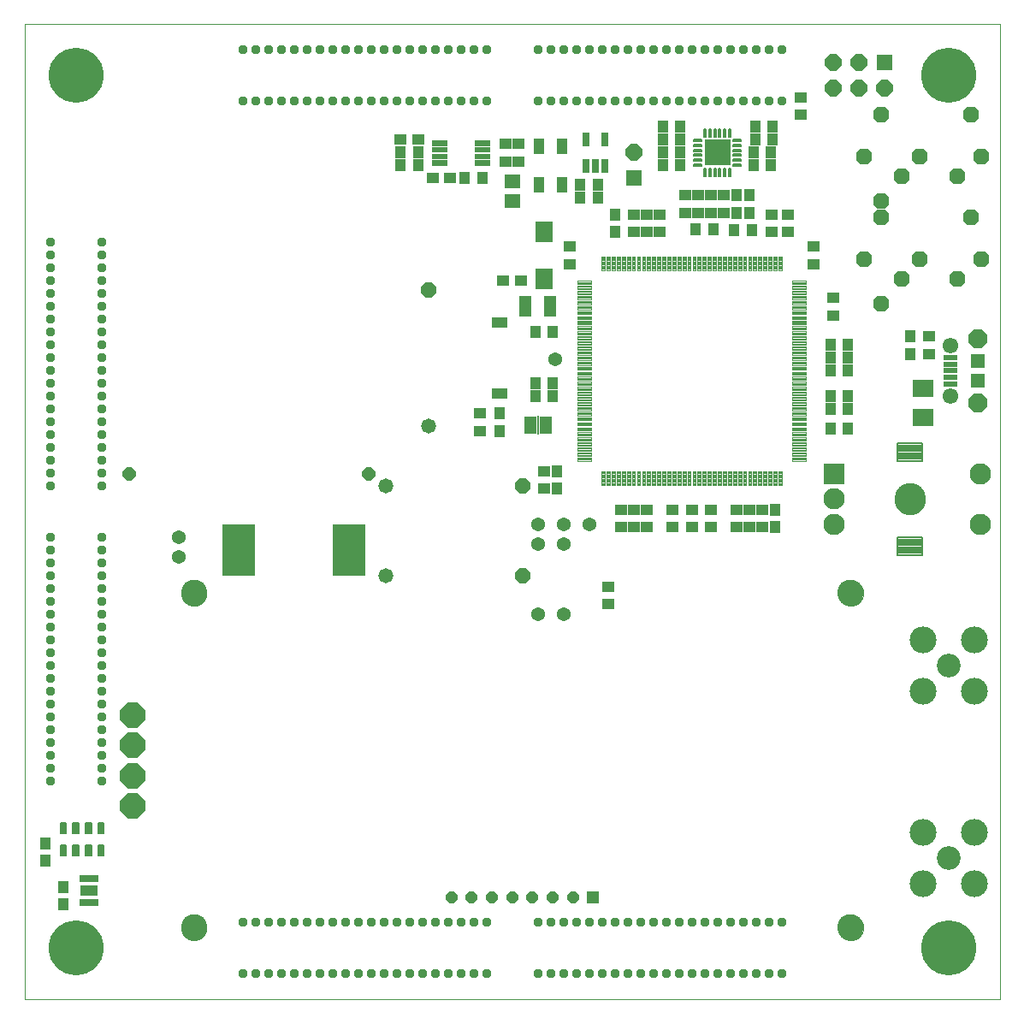
<source format=gts>
G75*
%MOIN*%
%OFA0B0*%
%FSLAX25Y25*%
%IPPOS*%
%LPD*%
%AMOC8*
5,1,8,0,0,1.08239X$1,22.5*
%
%ADD10C,0.00000*%
%ADD11C,0.21400*%
%ADD12C,0.00420*%
%ADD13R,0.05000X0.06700*%
%ADD14R,0.00600X0.07200*%
%ADD15OC8,0.03400*%
%ADD16R,0.06400X0.06400*%
%ADD17OC8,0.06400*%
%ADD18R,0.04337X0.04731*%
%ADD19R,0.04731X0.04337*%
%ADD20C,0.05800*%
%ADD21OC8,0.05800*%
%ADD22C,0.05400*%
%ADD23R,0.03943X0.05912*%
%ADD24R,0.06306X0.05518*%
%ADD25R,0.02500X0.05400*%
%ADD26R,0.04731X0.07880*%
%ADD27R,0.05715X0.01975*%
%ADD28C,0.06109*%
%ADD29OC8,0.07487*%
%ADD30R,0.05420X0.05420*%
%ADD31R,0.12605X0.20085*%
%ADD32R,0.06699X0.08274*%
%ADD33R,0.05912X0.04337*%
%ADD34C,0.00099*%
%ADD35OC8,0.05124*%
%ADD36R,0.04534X0.04534*%
%ADD37OC8,0.04534*%
%ADD38OC8,0.09849*%
%ADD39C,0.10243*%
%ADD40R,0.08274X0.06699*%
%ADD41C,0.00692*%
%ADD42R,0.10243X0.10243*%
%ADD43OC8,0.06306*%
%ADD44C,0.09250*%
%ADD45C,0.10450*%
%ADD46R,0.08274X0.08274*%
%ADD47C,0.08274*%
%ADD48C,0.12211*%
%ADD49C,0.00749*%
%ADD50C,0.00552*%
%ADD51C,0.00608*%
%ADD52R,0.07441X0.02717*%
%ADD53R,0.07093X0.03943*%
D10*
X0063933Y0036780D02*
X0063933Y0416780D01*
X0443933Y0416780D01*
X0443933Y0036780D01*
X0063933Y0036780D01*
X0125059Y0064851D02*
X0125061Y0064991D01*
X0125067Y0065131D01*
X0125077Y0065270D01*
X0125091Y0065409D01*
X0125109Y0065548D01*
X0125130Y0065686D01*
X0125156Y0065824D01*
X0125186Y0065961D01*
X0125219Y0066096D01*
X0125257Y0066231D01*
X0125298Y0066365D01*
X0125343Y0066498D01*
X0125391Y0066629D01*
X0125444Y0066758D01*
X0125500Y0066887D01*
X0125559Y0067013D01*
X0125623Y0067138D01*
X0125689Y0067261D01*
X0125760Y0067382D01*
X0125833Y0067501D01*
X0125910Y0067618D01*
X0125991Y0067732D01*
X0126074Y0067844D01*
X0126161Y0067954D01*
X0126251Y0068062D01*
X0126343Y0068166D01*
X0126439Y0068268D01*
X0126538Y0068368D01*
X0126639Y0068464D01*
X0126743Y0068558D01*
X0126850Y0068648D01*
X0126959Y0068735D01*
X0127071Y0068820D01*
X0127185Y0068901D01*
X0127301Y0068979D01*
X0127419Y0069053D01*
X0127540Y0069124D01*
X0127662Y0069192D01*
X0127787Y0069256D01*
X0127913Y0069317D01*
X0128040Y0069374D01*
X0128170Y0069427D01*
X0128301Y0069477D01*
X0128433Y0069522D01*
X0128566Y0069565D01*
X0128701Y0069603D01*
X0128836Y0069637D01*
X0128973Y0069668D01*
X0129110Y0069695D01*
X0129248Y0069717D01*
X0129387Y0069736D01*
X0129526Y0069751D01*
X0129665Y0069762D01*
X0129805Y0069769D01*
X0129945Y0069772D01*
X0130085Y0069771D01*
X0130225Y0069766D01*
X0130364Y0069757D01*
X0130504Y0069744D01*
X0130643Y0069727D01*
X0130781Y0069706D01*
X0130919Y0069682D01*
X0131056Y0069653D01*
X0131192Y0069621D01*
X0131327Y0069584D01*
X0131461Y0069544D01*
X0131594Y0069500D01*
X0131725Y0069452D01*
X0131855Y0069401D01*
X0131984Y0069346D01*
X0132111Y0069287D01*
X0132236Y0069224D01*
X0132359Y0069159D01*
X0132481Y0069089D01*
X0132600Y0069016D01*
X0132718Y0068940D01*
X0132833Y0068861D01*
X0132946Y0068778D01*
X0133056Y0068692D01*
X0133164Y0068603D01*
X0133269Y0068511D01*
X0133372Y0068416D01*
X0133472Y0068318D01*
X0133569Y0068218D01*
X0133663Y0068114D01*
X0133755Y0068008D01*
X0133843Y0067900D01*
X0133928Y0067789D01*
X0134010Y0067675D01*
X0134089Y0067559D01*
X0134164Y0067442D01*
X0134236Y0067322D01*
X0134304Y0067200D01*
X0134369Y0067076D01*
X0134431Y0066950D01*
X0134489Y0066823D01*
X0134543Y0066694D01*
X0134594Y0066563D01*
X0134640Y0066431D01*
X0134683Y0066298D01*
X0134723Y0066164D01*
X0134758Y0066029D01*
X0134790Y0065892D01*
X0134817Y0065755D01*
X0134841Y0065617D01*
X0134861Y0065479D01*
X0134877Y0065340D01*
X0134889Y0065200D01*
X0134897Y0065061D01*
X0134901Y0064921D01*
X0134901Y0064781D01*
X0134897Y0064641D01*
X0134889Y0064502D01*
X0134877Y0064362D01*
X0134861Y0064223D01*
X0134841Y0064085D01*
X0134817Y0063947D01*
X0134790Y0063810D01*
X0134758Y0063673D01*
X0134723Y0063538D01*
X0134683Y0063404D01*
X0134640Y0063271D01*
X0134594Y0063139D01*
X0134543Y0063008D01*
X0134489Y0062879D01*
X0134431Y0062752D01*
X0134369Y0062626D01*
X0134304Y0062502D01*
X0134236Y0062380D01*
X0134164Y0062260D01*
X0134089Y0062143D01*
X0134010Y0062027D01*
X0133928Y0061913D01*
X0133843Y0061802D01*
X0133755Y0061694D01*
X0133663Y0061588D01*
X0133569Y0061484D01*
X0133472Y0061384D01*
X0133372Y0061286D01*
X0133269Y0061191D01*
X0133164Y0061099D01*
X0133056Y0061010D01*
X0132946Y0060924D01*
X0132833Y0060841D01*
X0132718Y0060762D01*
X0132600Y0060686D01*
X0132481Y0060613D01*
X0132359Y0060543D01*
X0132236Y0060478D01*
X0132111Y0060415D01*
X0131984Y0060356D01*
X0131855Y0060301D01*
X0131725Y0060250D01*
X0131594Y0060202D01*
X0131461Y0060158D01*
X0131327Y0060118D01*
X0131192Y0060081D01*
X0131056Y0060049D01*
X0130919Y0060020D01*
X0130781Y0059996D01*
X0130643Y0059975D01*
X0130504Y0059958D01*
X0130364Y0059945D01*
X0130225Y0059936D01*
X0130085Y0059931D01*
X0129945Y0059930D01*
X0129805Y0059933D01*
X0129665Y0059940D01*
X0129526Y0059951D01*
X0129387Y0059966D01*
X0129248Y0059985D01*
X0129110Y0060007D01*
X0128973Y0060034D01*
X0128836Y0060065D01*
X0128701Y0060099D01*
X0128566Y0060137D01*
X0128433Y0060180D01*
X0128301Y0060225D01*
X0128170Y0060275D01*
X0128040Y0060328D01*
X0127913Y0060385D01*
X0127787Y0060446D01*
X0127662Y0060510D01*
X0127540Y0060578D01*
X0127419Y0060649D01*
X0127301Y0060723D01*
X0127185Y0060801D01*
X0127071Y0060882D01*
X0126959Y0060967D01*
X0126850Y0061054D01*
X0126743Y0061144D01*
X0126639Y0061238D01*
X0126538Y0061334D01*
X0126439Y0061434D01*
X0126343Y0061536D01*
X0126251Y0061640D01*
X0126161Y0061748D01*
X0126074Y0061858D01*
X0125991Y0061970D01*
X0125910Y0062084D01*
X0125833Y0062201D01*
X0125760Y0062320D01*
X0125689Y0062441D01*
X0125623Y0062564D01*
X0125559Y0062689D01*
X0125500Y0062815D01*
X0125444Y0062944D01*
X0125391Y0063073D01*
X0125343Y0063204D01*
X0125298Y0063337D01*
X0125257Y0063471D01*
X0125219Y0063606D01*
X0125186Y0063741D01*
X0125156Y0063878D01*
X0125130Y0064016D01*
X0125109Y0064154D01*
X0125091Y0064293D01*
X0125077Y0064432D01*
X0125067Y0064571D01*
X0125061Y0064711D01*
X0125059Y0064851D01*
X0125059Y0195166D02*
X0125061Y0195306D01*
X0125067Y0195446D01*
X0125077Y0195585D01*
X0125091Y0195724D01*
X0125109Y0195863D01*
X0125130Y0196001D01*
X0125156Y0196139D01*
X0125186Y0196276D01*
X0125219Y0196411D01*
X0125257Y0196546D01*
X0125298Y0196680D01*
X0125343Y0196813D01*
X0125391Y0196944D01*
X0125444Y0197073D01*
X0125500Y0197202D01*
X0125559Y0197328D01*
X0125623Y0197453D01*
X0125689Y0197576D01*
X0125760Y0197697D01*
X0125833Y0197816D01*
X0125910Y0197933D01*
X0125991Y0198047D01*
X0126074Y0198159D01*
X0126161Y0198269D01*
X0126251Y0198377D01*
X0126343Y0198481D01*
X0126439Y0198583D01*
X0126538Y0198683D01*
X0126639Y0198779D01*
X0126743Y0198873D01*
X0126850Y0198963D01*
X0126959Y0199050D01*
X0127071Y0199135D01*
X0127185Y0199216D01*
X0127301Y0199294D01*
X0127419Y0199368D01*
X0127540Y0199439D01*
X0127662Y0199507D01*
X0127787Y0199571D01*
X0127913Y0199632D01*
X0128040Y0199689D01*
X0128170Y0199742D01*
X0128301Y0199792D01*
X0128433Y0199837D01*
X0128566Y0199880D01*
X0128701Y0199918D01*
X0128836Y0199952D01*
X0128973Y0199983D01*
X0129110Y0200010D01*
X0129248Y0200032D01*
X0129387Y0200051D01*
X0129526Y0200066D01*
X0129665Y0200077D01*
X0129805Y0200084D01*
X0129945Y0200087D01*
X0130085Y0200086D01*
X0130225Y0200081D01*
X0130364Y0200072D01*
X0130504Y0200059D01*
X0130643Y0200042D01*
X0130781Y0200021D01*
X0130919Y0199997D01*
X0131056Y0199968D01*
X0131192Y0199936D01*
X0131327Y0199899D01*
X0131461Y0199859D01*
X0131594Y0199815D01*
X0131725Y0199767D01*
X0131855Y0199716D01*
X0131984Y0199661D01*
X0132111Y0199602D01*
X0132236Y0199539D01*
X0132359Y0199474D01*
X0132481Y0199404D01*
X0132600Y0199331D01*
X0132718Y0199255D01*
X0132833Y0199176D01*
X0132946Y0199093D01*
X0133056Y0199007D01*
X0133164Y0198918D01*
X0133269Y0198826D01*
X0133372Y0198731D01*
X0133472Y0198633D01*
X0133569Y0198533D01*
X0133663Y0198429D01*
X0133755Y0198323D01*
X0133843Y0198215D01*
X0133928Y0198104D01*
X0134010Y0197990D01*
X0134089Y0197874D01*
X0134164Y0197757D01*
X0134236Y0197637D01*
X0134304Y0197515D01*
X0134369Y0197391D01*
X0134431Y0197265D01*
X0134489Y0197138D01*
X0134543Y0197009D01*
X0134594Y0196878D01*
X0134640Y0196746D01*
X0134683Y0196613D01*
X0134723Y0196479D01*
X0134758Y0196344D01*
X0134790Y0196207D01*
X0134817Y0196070D01*
X0134841Y0195932D01*
X0134861Y0195794D01*
X0134877Y0195655D01*
X0134889Y0195515D01*
X0134897Y0195376D01*
X0134901Y0195236D01*
X0134901Y0195096D01*
X0134897Y0194956D01*
X0134889Y0194817D01*
X0134877Y0194677D01*
X0134861Y0194538D01*
X0134841Y0194400D01*
X0134817Y0194262D01*
X0134790Y0194125D01*
X0134758Y0193988D01*
X0134723Y0193853D01*
X0134683Y0193719D01*
X0134640Y0193586D01*
X0134594Y0193454D01*
X0134543Y0193323D01*
X0134489Y0193194D01*
X0134431Y0193067D01*
X0134369Y0192941D01*
X0134304Y0192817D01*
X0134236Y0192695D01*
X0134164Y0192575D01*
X0134089Y0192458D01*
X0134010Y0192342D01*
X0133928Y0192228D01*
X0133843Y0192117D01*
X0133755Y0192009D01*
X0133663Y0191903D01*
X0133569Y0191799D01*
X0133472Y0191699D01*
X0133372Y0191601D01*
X0133269Y0191506D01*
X0133164Y0191414D01*
X0133056Y0191325D01*
X0132946Y0191239D01*
X0132833Y0191156D01*
X0132718Y0191077D01*
X0132600Y0191001D01*
X0132481Y0190928D01*
X0132359Y0190858D01*
X0132236Y0190793D01*
X0132111Y0190730D01*
X0131984Y0190671D01*
X0131855Y0190616D01*
X0131725Y0190565D01*
X0131594Y0190517D01*
X0131461Y0190473D01*
X0131327Y0190433D01*
X0131192Y0190396D01*
X0131056Y0190364D01*
X0130919Y0190335D01*
X0130781Y0190311D01*
X0130643Y0190290D01*
X0130504Y0190273D01*
X0130364Y0190260D01*
X0130225Y0190251D01*
X0130085Y0190246D01*
X0129945Y0190245D01*
X0129805Y0190248D01*
X0129665Y0190255D01*
X0129526Y0190266D01*
X0129387Y0190281D01*
X0129248Y0190300D01*
X0129110Y0190322D01*
X0128973Y0190349D01*
X0128836Y0190380D01*
X0128701Y0190414D01*
X0128566Y0190452D01*
X0128433Y0190495D01*
X0128301Y0190540D01*
X0128170Y0190590D01*
X0128040Y0190643D01*
X0127913Y0190700D01*
X0127787Y0190761D01*
X0127662Y0190825D01*
X0127540Y0190893D01*
X0127419Y0190964D01*
X0127301Y0191038D01*
X0127185Y0191116D01*
X0127071Y0191197D01*
X0126959Y0191282D01*
X0126850Y0191369D01*
X0126743Y0191459D01*
X0126639Y0191553D01*
X0126538Y0191649D01*
X0126439Y0191749D01*
X0126343Y0191851D01*
X0126251Y0191955D01*
X0126161Y0192063D01*
X0126074Y0192173D01*
X0125991Y0192285D01*
X0125910Y0192399D01*
X0125833Y0192516D01*
X0125760Y0192635D01*
X0125689Y0192756D01*
X0125623Y0192879D01*
X0125559Y0193004D01*
X0125500Y0193130D01*
X0125444Y0193259D01*
X0125391Y0193388D01*
X0125343Y0193519D01*
X0125298Y0193652D01*
X0125257Y0193786D01*
X0125219Y0193921D01*
X0125186Y0194056D01*
X0125156Y0194193D01*
X0125130Y0194331D01*
X0125109Y0194469D01*
X0125091Y0194608D01*
X0125077Y0194747D01*
X0125067Y0194886D01*
X0125061Y0195026D01*
X0125059Y0195166D01*
X0380965Y0195166D02*
X0380967Y0195306D01*
X0380973Y0195446D01*
X0380983Y0195585D01*
X0380997Y0195724D01*
X0381015Y0195863D01*
X0381036Y0196001D01*
X0381062Y0196139D01*
X0381092Y0196276D01*
X0381125Y0196411D01*
X0381163Y0196546D01*
X0381204Y0196680D01*
X0381249Y0196813D01*
X0381297Y0196944D01*
X0381350Y0197073D01*
X0381406Y0197202D01*
X0381465Y0197328D01*
X0381529Y0197453D01*
X0381595Y0197576D01*
X0381666Y0197697D01*
X0381739Y0197816D01*
X0381816Y0197933D01*
X0381897Y0198047D01*
X0381980Y0198159D01*
X0382067Y0198269D01*
X0382157Y0198377D01*
X0382249Y0198481D01*
X0382345Y0198583D01*
X0382444Y0198683D01*
X0382545Y0198779D01*
X0382649Y0198873D01*
X0382756Y0198963D01*
X0382865Y0199050D01*
X0382977Y0199135D01*
X0383091Y0199216D01*
X0383207Y0199294D01*
X0383325Y0199368D01*
X0383446Y0199439D01*
X0383568Y0199507D01*
X0383693Y0199571D01*
X0383819Y0199632D01*
X0383946Y0199689D01*
X0384076Y0199742D01*
X0384207Y0199792D01*
X0384339Y0199837D01*
X0384472Y0199880D01*
X0384607Y0199918D01*
X0384742Y0199952D01*
X0384879Y0199983D01*
X0385016Y0200010D01*
X0385154Y0200032D01*
X0385293Y0200051D01*
X0385432Y0200066D01*
X0385571Y0200077D01*
X0385711Y0200084D01*
X0385851Y0200087D01*
X0385991Y0200086D01*
X0386131Y0200081D01*
X0386270Y0200072D01*
X0386410Y0200059D01*
X0386549Y0200042D01*
X0386687Y0200021D01*
X0386825Y0199997D01*
X0386962Y0199968D01*
X0387098Y0199936D01*
X0387233Y0199899D01*
X0387367Y0199859D01*
X0387500Y0199815D01*
X0387631Y0199767D01*
X0387761Y0199716D01*
X0387890Y0199661D01*
X0388017Y0199602D01*
X0388142Y0199539D01*
X0388265Y0199474D01*
X0388387Y0199404D01*
X0388506Y0199331D01*
X0388624Y0199255D01*
X0388739Y0199176D01*
X0388852Y0199093D01*
X0388962Y0199007D01*
X0389070Y0198918D01*
X0389175Y0198826D01*
X0389278Y0198731D01*
X0389378Y0198633D01*
X0389475Y0198533D01*
X0389569Y0198429D01*
X0389661Y0198323D01*
X0389749Y0198215D01*
X0389834Y0198104D01*
X0389916Y0197990D01*
X0389995Y0197874D01*
X0390070Y0197757D01*
X0390142Y0197637D01*
X0390210Y0197515D01*
X0390275Y0197391D01*
X0390337Y0197265D01*
X0390395Y0197138D01*
X0390449Y0197009D01*
X0390500Y0196878D01*
X0390546Y0196746D01*
X0390589Y0196613D01*
X0390629Y0196479D01*
X0390664Y0196344D01*
X0390696Y0196207D01*
X0390723Y0196070D01*
X0390747Y0195932D01*
X0390767Y0195794D01*
X0390783Y0195655D01*
X0390795Y0195515D01*
X0390803Y0195376D01*
X0390807Y0195236D01*
X0390807Y0195096D01*
X0390803Y0194956D01*
X0390795Y0194817D01*
X0390783Y0194677D01*
X0390767Y0194538D01*
X0390747Y0194400D01*
X0390723Y0194262D01*
X0390696Y0194125D01*
X0390664Y0193988D01*
X0390629Y0193853D01*
X0390589Y0193719D01*
X0390546Y0193586D01*
X0390500Y0193454D01*
X0390449Y0193323D01*
X0390395Y0193194D01*
X0390337Y0193067D01*
X0390275Y0192941D01*
X0390210Y0192817D01*
X0390142Y0192695D01*
X0390070Y0192575D01*
X0389995Y0192458D01*
X0389916Y0192342D01*
X0389834Y0192228D01*
X0389749Y0192117D01*
X0389661Y0192009D01*
X0389569Y0191903D01*
X0389475Y0191799D01*
X0389378Y0191699D01*
X0389278Y0191601D01*
X0389175Y0191506D01*
X0389070Y0191414D01*
X0388962Y0191325D01*
X0388852Y0191239D01*
X0388739Y0191156D01*
X0388624Y0191077D01*
X0388506Y0191001D01*
X0388387Y0190928D01*
X0388265Y0190858D01*
X0388142Y0190793D01*
X0388017Y0190730D01*
X0387890Y0190671D01*
X0387761Y0190616D01*
X0387631Y0190565D01*
X0387500Y0190517D01*
X0387367Y0190473D01*
X0387233Y0190433D01*
X0387098Y0190396D01*
X0386962Y0190364D01*
X0386825Y0190335D01*
X0386687Y0190311D01*
X0386549Y0190290D01*
X0386410Y0190273D01*
X0386270Y0190260D01*
X0386131Y0190251D01*
X0385991Y0190246D01*
X0385851Y0190245D01*
X0385711Y0190248D01*
X0385571Y0190255D01*
X0385432Y0190266D01*
X0385293Y0190281D01*
X0385154Y0190300D01*
X0385016Y0190322D01*
X0384879Y0190349D01*
X0384742Y0190380D01*
X0384607Y0190414D01*
X0384472Y0190452D01*
X0384339Y0190495D01*
X0384207Y0190540D01*
X0384076Y0190590D01*
X0383946Y0190643D01*
X0383819Y0190700D01*
X0383693Y0190761D01*
X0383568Y0190825D01*
X0383446Y0190893D01*
X0383325Y0190964D01*
X0383207Y0191038D01*
X0383091Y0191116D01*
X0382977Y0191197D01*
X0382865Y0191282D01*
X0382756Y0191369D01*
X0382649Y0191459D01*
X0382545Y0191553D01*
X0382444Y0191649D01*
X0382345Y0191749D01*
X0382249Y0191851D01*
X0382157Y0191955D01*
X0382067Y0192063D01*
X0381980Y0192173D01*
X0381897Y0192285D01*
X0381816Y0192399D01*
X0381739Y0192516D01*
X0381666Y0192635D01*
X0381595Y0192756D01*
X0381529Y0192879D01*
X0381465Y0193004D01*
X0381406Y0193130D01*
X0381350Y0193259D01*
X0381297Y0193388D01*
X0381249Y0193519D01*
X0381204Y0193652D01*
X0381163Y0193786D01*
X0381125Y0193921D01*
X0381092Y0194056D01*
X0381062Y0194193D01*
X0381036Y0194331D01*
X0381015Y0194469D01*
X0380997Y0194608D01*
X0380983Y0194747D01*
X0380973Y0194886D01*
X0380967Y0195026D01*
X0380965Y0195166D01*
X0403027Y0231780D02*
X0403029Y0231933D01*
X0403035Y0232087D01*
X0403045Y0232240D01*
X0403059Y0232392D01*
X0403077Y0232545D01*
X0403099Y0232696D01*
X0403124Y0232847D01*
X0403154Y0232998D01*
X0403188Y0233148D01*
X0403225Y0233296D01*
X0403266Y0233444D01*
X0403311Y0233590D01*
X0403360Y0233736D01*
X0403413Y0233880D01*
X0403469Y0234022D01*
X0403529Y0234163D01*
X0403593Y0234303D01*
X0403660Y0234441D01*
X0403731Y0234577D01*
X0403806Y0234711D01*
X0403883Y0234843D01*
X0403965Y0234973D01*
X0404049Y0235101D01*
X0404137Y0235227D01*
X0404228Y0235350D01*
X0404322Y0235471D01*
X0404420Y0235589D01*
X0404520Y0235705D01*
X0404624Y0235818D01*
X0404730Y0235929D01*
X0404839Y0236037D01*
X0404951Y0236142D01*
X0405065Y0236243D01*
X0405183Y0236342D01*
X0405302Y0236438D01*
X0405424Y0236531D01*
X0405549Y0236620D01*
X0405676Y0236707D01*
X0405805Y0236789D01*
X0405936Y0236869D01*
X0406069Y0236945D01*
X0406204Y0237018D01*
X0406341Y0237087D01*
X0406480Y0237152D01*
X0406620Y0237214D01*
X0406762Y0237272D01*
X0406905Y0237327D01*
X0407050Y0237378D01*
X0407196Y0237425D01*
X0407343Y0237468D01*
X0407491Y0237507D01*
X0407640Y0237543D01*
X0407790Y0237574D01*
X0407941Y0237602D01*
X0408092Y0237626D01*
X0408245Y0237646D01*
X0408397Y0237662D01*
X0408550Y0237674D01*
X0408703Y0237682D01*
X0408856Y0237686D01*
X0409010Y0237686D01*
X0409163Y0237682D01*
X0409316Y0237674D01*
X0409469Y0237662D01*
X0409621Y0237646D01*
X0409774Y0237626D01*
X0409925Y0237602D01*
X0410076Y0237574D01*
X0410226Y0237543D01*
X0410375Y0237507D01*
X0410523Y0237468D01*
X0410670Y0237425D01*
X0410816Y0237378D01*
X0410961Y0237327D01*
X0411104Y0237272D01*
X0411246Y0237214D01*
X0411386Y0237152D01*
X0411525Y0237087D01*
X0411662Y0237018D01*
X0411797Y0236945D01*
X0411930Y0236869D01*
X0412061Y0236789D01*
X0412190Y0236707D01*
X0412317Y0236620D01*
X0412442Y0236531D01*
X0412564Y0236438D01*
X0412683Y0236342D01*
X0412801Y0236243D01*
X0412915Y0236142D01*
X0413027Y0236037D01*
X0413136Y0235929D01*
X0413242Y0235818D01*
X0413346Y0235705D01*
X0413446Y0235589D01*
X0413544Y0235471D01*
X0413638Y0235350D01*
X0413729Y0235227D01*
X0413817Y0235101D01*
X0413901Y0234973D01*
X0413983Y0234843D01*
X0414060Y0234711D01*
X0414135Y0234577D01*
X0414206Y0234441D01*
X0414273Y0234303D01*
X0414337Y0234163D01*
X0414397Y0234022D01*
X0414453Y0233880D01*
X0414506Y0233736D01*
X0414555Y0233590D01*
X0414600Y0233444D01*
X0414641Y0233296D01*
X0414678Y0233148D01*
X0414712Y0232998D01*
X0414742Y0232847D01*
X0414767Y0232696D01*
X0414789Y0232545D01*
X0414807Y0232392D01*
X0414821Y0232240D01*
X0414831Y0232087D01*
X0414837Y0231933D01*
X0414839Y0231780D01*
X0414837Y0231627D01*
X0414831Y0231473D01*
X0414821Y0231320D01*
X0414807Y0231168D01*
X0414789Y0231015D01*
X0414767Y0230864D01*
X0414742Y0230713D01*
X0414712Y0230562D01*
X0414678Y0230412D01*
X0414641Y0230264D01*
X0414600Y0230116D01*
X0414555Y0229970D01*
X0414506Y0229824D01*
X0414453Y0229680D01*
X0414397Y0229538D01*
X0414337Y0229397D01*
X0414273Y0229257D01*
X0414206Y0229119D01*
X0414135Y0228983D01*
X0414060Y0228849D01*
X0413983Y0228717D01*
X0413901Y0228587D01*
X0413817Y0228459D01*
X0413729Y0228333D01*
X0413638Y0228210D01*
X0413544Y0228089D01*
X0413446Y0227971D01*
X0413346Y0227855D01*
X0413242Y0227742D01*
X0413136Y0227631D01*
X0413027Y0227523D01*
X0412915Y0227418D01*
X0412801Y0227317D01*
X0412683Y0227218D01*
X0412564Y0227122D01*
X0412442Y0227029D01*
X0412317Y0226940D01*
X0412190Y0226853D01*
X0412061Y0226771D01*
X0411930Y0226691D01*
X0411797Y0226615D01*
X0411662Y0226542D01*
X0411525Y0226473D01*
X0411386Y0226408D01*
X0411246Y0226346D01*
X0411104Y0226288D01*
X0410961Y0226233D01*
X0410816Y0226182D01*
X0410670Y0226135D01*
X0410523Y0226092D01*
X0410375Y0226053D01*
X0410226Y0226017D01*
X0410076Y0225986D01*
X0409925Y0225958D01*
X0409774Y0225934D01*
X0409621Y0225914D01*
X0409469Y0225898D01*
X0409316Y0225886D01*
X0409163Y0225878D01*
X0409010Y0225874D01*
X0408856Y0225874D01*
X0408703Y0225878D01*
X0408550Y0225886D01*
X0408397Y0225898D01*
X0408245Y0225914D01*
X0408092Y0225934D01*
X0407941Y0225958D01*
X0407790Y0225986D01*
X0407640Y0226017D01*
X0407491Y0226053D01*
X0407343Y0226092D01*
X0407196Y0226135D01*
X0407050Y0226182D01*
X0406905Y0226233D01*
X0406762Y0226288D01*
X0406620Y0226346D01*
X0406480Y0226408D01*
X0406341Y0226473D01*
X0406204Y0226542D01*
X0406069Y0226615D01*
X0405936Y0226691D01*
X0405805Y0226771D01*
X0405676Y0226853D01*
X0405549Y0226940D01*
X0405424Y0227029D01*
X0405302Y0227122D01*
X0405183Y0227218D01*
X0405065Y0227317D01*
X0404951Y0227418D01*
X0404839Y0227523D01*
X0404730Y0227631D01*
X0404624Y0227742D01*
X0404520Y0227855D01*
X0404420Y0227971D01*
X0404322Y0228089D01*
X0404228Y0228210D01*
X0404137Y0228333D01*
X0404049Y0228459D01*
X0403965Y0228587D01*
X0403883Y0228717D01*
X0403806Y0228849D01*
X0403731Y0228983D01*
X0403660Y0229119D01*
X0403593Y0229257D01*
X0403529Y0229397D01*
X0403469Y0229538D01*
X0403413Y0229680D01*
X0403360Y0229824D01*
X0403311Y0229970D01*
X0403266Y0230116D01*
X0403225Y0230264D01*
X0403188Y0230412D01*
X0403154Y0230562D01*
X0403124Y0230713D01*
X0403099Y0230864D01*
X0403077Y0231015D01*
X0403059Y0231168D01*
X0403045Y0231320D01*
X0403035Y0231473D01*
X0403029Y0231627D01*
X0403027Y0231780D01*
X0380965Y0064851D02*
X0380967Y0064991D01*
X0380973Y0065131D01*
X0380983Y0065270D01*
X0380997Y0065409D01*
X0381015Y0065548D01*
X0381036Y0065686D01*
X0381062Y0065824D01*
X0381092Y0065961D01*
X0381125Y0066096D01*
X0381163Y0066231D01*
X0381204Y0066365D01*
X0381249Y0066498D01*
X0381297Y0066629D01*
X0381350Y0066758D01*
X0381406Y0066887D01*
X0381465Y0067013D01*
X0381529Y0067138D01*
X0381595Y0067261D01*
X0381666Y0067382D01*
X0381739Y0067501D01*
X0381816Y0067618D01*
X0381897Y0067732D01*
X0381980Y0067844D01*
X0382067Y0067954D01*
X0382157Y0068062D01*
X0382249Y0068166D01*
X0382345Y0068268D01*
X0382444Y0068368D01*
X0382545Y0068464D01*
X0382649Y0068558D01*
X0382756Y0068648D01*
X0382865Y0068735D01*
X0382977Y0068820D01*
X0383091Y0068901D01*
X0383207Y0068979D01*
X0383325Y0069053D01*
X0383446Y0069124D01*
X0383568Y0069192D01*
X0383693Y0069256D01*
X0383819Y0069317D01*
X0383946Y0069374D01*
X0384076Y0069427D01*
X0384207Y0069477D01*
X0384339Y0069522D01*
X0384472Y0069565D01*
X0384607Y0069603D01*
X0384742Y0069637D01*
X0384879Y0069668D01*
X0385016Y0069695D01*
X0385154Y0069717D01*
X0385293Y0069736D01*
X0385432Y0069751D01*
X0385571Y0069762D01*
X0385711Y0069769D01*
X0385851Y0069772D01*
X0385991Y0069771D01*
X0386131Y0069766D01*
X0386270Y0069757D01*
X0386410Y0069744D01*
X0386549Y0069727D01*
X0386687Y0069706D01*
X0386825Y0069682D01*
X0386962Y0069653D01*
X0387098Y0069621D01*
X0387233Y0069584D01*
X0387367Y0069544D01*
X0387500Y0069500D01*
X0387631Y0069452D01*
X0387761Y0069401D01*
X0387890Y0069346D01*
X0388017Y0069287D01*
X0388142Y0069224D01*
X0388265Y0069159D01*
X0388387Y0069089D01*
X0388506Y0069016D01*
X0388624Y0068940D01*
X0388739Y0068861D01*
X0388852Y0068778D01*
X0388962Y0068692D01*
X0389070Y0068603D01*
X0389175Y0068511D01*
X0389278Y0068416D01*
X0389378Y0068318D01*
X0389475Y0068218D01*
X0389569Y0068114D01*
X0389661Y0068008D01*
X0389749Y0067900D01*
X0389834Y0067789D01*
X0389916Y0067675D01*
X0389995Y0067559D01*
X0390070Y0067442D01*
X0390142Y0067322D01*
X0390210Y0067200D01*
X0390275Y0067076D01*
X0390337Y0066950D01*
X0390395Y0066823D01*
X0390449Y0066694D01*
X0390500Y0066563D01*
X0390546Y0066431D01*
X0390589Y0066298D01*
X0390629Y0066164D01*
X0390664Y0066029D01*
X0390696Y0065892D01*
X0390723Y0065755D01*
X0390747Y0065617D01*
X0390767Y0065479D01*
X0390783Y0065340D01*
X0390795Y0065200D01*
X0390803Y0065061D01*
X0390807Y0064921D01*
X0390807Y0064781D01*
X0390803Y0064641D01*
X0390795Y0064502D01*
X0390783Y0064362D01*
X0390767Y0064223D01*
X0390747Y0064085D01*
X0390723Y0063947D01*
X0390696Y0063810D01*
X0390664Y0063673D01*
X0390629Y0063538D01*
X0390589Y0063404D01*
X0390546Y0063271D01*
X0390500Y0063139D01*
X0390449Y0063008D01*
X0390395Y0062879D01*
X0390337Y0062752D01*
X0390275Y0062626D01*
X0390210Y0062502D01*
X0390142Y0062380D01*
X0390070Y0062260D01*
X0389995Y0062143D01*
X0389916Y0062027D01*
X0389834Y0061913D01*
X0389749Y0061802D01*
X0389661Y0061694D01*
X0389569Y0061588D01*
X0389475Y0061484D01*
X0389378Y0061384D01*
X0389278Y0061286D01*
X0389175Y0061191D01*
X0389070Y0061099D01*
X0388962Y0061010D01*
X0388852Y0060924D01*
X0388739Y0060841D01*
X0388624Y0060762D01*
X0388506Y0060686D01*
X0388387Y0060613D01*
X0388265Y0060543D01*
X0388142Y0060478D01*
X0388017Y0060415D01*
X0387890Y0060356D01*
X0387761Y0060301D01*
X0387631Y0060250D01*
X0387500Y0060202D01*
X0387367Y0060158D01*
X0387233Y0060118D01*
X0387098Y0060081D01*
X0386962Y0060049D01*
X0386825Y0060020D01*
X0386687Y0059996D01*
X0386549Y0059975D01*
X0386410Y0059958D01*
X0386270Y0059945D01*
X0386131Y0059936D01*
X0385991Y0059931D01*
X0385851Y0059930D01*
X0385711Y0059933D01*
X0385571Y0059940D01*
X0385432Y0059951D01*
X0385293Y0059966D01*
X0385154Y0059985D01*
X0385016Y0060007D01*
X0384879Y0060034D01*
X0384742Y0060065D01*
X0384607Y0060099D01*
X0384472Y0060137D01*
X0384339Y0060180D01*
X0384207Y0060225D01*
X0384076Y0060275D01*
X0383946Y0060328D01*
X0383819Y0060385D01*
X0383693Y0060446D01*
X0383568Y0060510D01*
X0383446Y0060578D01*
X0383325Y0060649D01*
X0383207Y0060723D01*
X0383091Y0060801D01*
X0382977Y0060882D01*
X0382865Y0060967D01*
X0382756Y0061054D01*
X0382649Y0061144D01*
X0382545Y0061238D01*
X0382444Y0061334D01*
X0382345Y0061434D01*
X0382249Y0061536D01*
X0382157Y0061640D01*
X0382067Y0061748D01*
X0381980Y0061858D01*
X0381897Y0061970D01*
X0381816Y0062084D01*
X0381739Y0062201D01*
X0381666Y0062320D01*
X0381595Y0062441D01*
X0381529Y0062564D01*
X0381465Y0062689D01*
X0381406Y0062815D01*
X0381350Y0062944D01*
X0381297Y0063073D01*
X0381249Y0063204D01*
X0381204Y0063337D01*
X0381163Y0063471D01*
X0381125Y0063606D01*
X0381092Y0063741D01*
X0381062Y0063878D01*
X0381036Y0064016D01*
X0381015Y0064154D01*
X0380997Y0064293D01*
X0380983Y0064432D01*
X0380973Y0064571D01*
X0380967Y0064711D01*
X0380965Y0064851D01*
D11*
X0423933Y0056780D03*
X0423933Y0396780D03*
X0083933Y0396780D03*
X0083933Y0056780D03*
D12*
X0279357Y0246701D02*
X0284651Y0246701D01*
X0279357Y0246701D02*
X0279357Y0247961D01*
X0284651Y0247961D01*
X0284651Y0246701D01*
X0284651Y0247120D02*
X0279357Y0247120D01*
X0279357Y0247539D02*
X0284651Y0247539D01*
X0284651Y0247958D02*
X0279357Y0247958D01*
X0279357Y0248669D02*
X0284651Y0248669D01*
X0279357Y0248669D02*
X0279357Y0249929D01*
X0284651Y0249929D01*
X0284651Y0248669D01*
X0284651Y0249088D02*
X0279357Y0249088D01*
X0279357Y0249507D02*
X0284651Y0249507D01*
X0284651Y0249926D02*
X0279357Y0249926D01*
X0279357Y0250638D02*
X0284651Y0250638D01*
X0279357Y0250638D02*
X0279357Y0251898D01*
X0284651Y0251898D01*
X0284651Y0250638D01*
X0284651Y0251057D02*
X0279357Y0251057D01*
X0279357Y0251476D02*
X0284651Y0251476D01*
X0284651Y0251895D02*
X0279357Y0251895D01*
X0279357Y0252607D02*
X0284651Y0252607D01*
X0279357Y0252607D02*
X0279357Y0253867D01*
X0284651Y0253867D01*
X0284651Y0252607D01*
X0284651Y0253026D02*
X0279357Y0253026D01*
X0279357Y0253445D02*
X0284651Y0253445D01*
X0284651Y0253864D02*
X0279357Y0253864D01*
X0279357Y0254575D02*
X0284651Y0254575D01*
X0279357Y0254575D02*
X0279357Y0255835D01*
X0284651Y0255835D01*
X0284651Y0254575D01*
X0284651Y0254994D02*
X0279357Y0254994D01*
X0279357Y0255413D02*
X0284651Y0255413D01*
X0284651Y0255832D02*
X0279357Y0255832D01*
X0279357Y0256544D02*
X0284651Y0256544D01*
X0279357Y0256544D02*
X0279357Y0257804D01*
X0284651Y0257804D01*
X0284651Y0256544D01*
X0284651Y0256963D02*
X0279357Y0256963D01*
X0279357Y0257382D02*
X0284651Y0257382D01*
X0284651Y0257801D02*
X0279357Y0257801D01*
X0279357Y0258512D02*
X0284651Y0258512D01*
X0279357Y0258512D02*
X0279357Y0259772D01*
X0284651Y0259772D01*
X0284651Y0258512D01*
X0284651Y0258931D02*
X0279357Y0258931D01*
X0279357Y0259350D02*
X0284651Y0259350D01*
X0284651Y0259769D02*
X0279357Y0259769D01*
X0279357Y0260481D02*
X0284651Y0260481D01*
X0279357Y0260481D02*
X0279357Y0261741D01*
X0284651Y0261741D01*
X0284651Y0260481D01*
X0284651Y0260900D02*
X0279357Y0260900D01*
X0279357Y0261319D02*
X0284651Y0261319D01*
X0284651Y0261738D02*
X0279357Y0261738D01*
X0279357Y0262449D02*
X0284651Y0262449D01*
X0279357Y0262449D02*
X0279357Y0263709D01*
X0284651Y0263709D01*
X0284651Y0262449D01*
X0284651Y0262868D02*
X0279357Y0262868D01*
X0279357Y0263287D02*
X0284651Y0263287D01*
X0284651Y0263706D02*
X0279357Y0263706D01*
X0279357Y0264418D02*
X0284651Y0264418D01*
X0279357Y0264418D02*
X0279357Y0265678D01*
X0284651Y0265678D01*
X0284651Y0264418D01*
X0284651Y0264837D02*
X0279357Y0264837D01*
X0279357Y0265256D02*
X0284651Y0265256D01*
X0284651Y0265675D02*
X0279357Y0265675D01*
X0279357Y0266386D02*
X0284651Y0266386D01*
X0279357Y0266386D02*
X0279357Y0267646D01*
X0284651Y0267646D01*
X0284651Y0266386D01*
X0284651Y0266805D02*
X0279357Y0266805D01*
X0279357Y0267224D02*
X0284651Y0267224D01*
X0284651Y0267643D02*
X0279357Y0267643D01*
X0279357Y0268355D02*
X0284651Y0268355D01*
X0279357Y0268355D02*
X0279357Y0269615D01*
X0284651Y0269615D01*
X0284651Y0268355D01*
X0284651Y0268774D02*
X0279357Y0268774D01*
X0279357Y0269193D02*
X0284651Y0269193D01*
X0284651Y0269612D02*
X0279357Y0269612D01*
X0279357Y0270323D02*
X0284651Y0270323D01*
X0279357Y0270323D02*
X0279357Y0271583D01*
X0284651Y0271583D01*
X0284651Y0270323D01*
X0284651Y0270742D02*
X0279357Y0270742D01*
X0279357Y0271161D02*
X0284651Y0271161D01*
X0284651Y0271580D02*
X0279357Y0271580D01*
X0279357Y0272292D02*
X0284651Y0272292D01*
X0279357Y0272292D02*
X0279357Y0273552D01*
X0284651Y0273552D01*
X0284651Y0272292D01*
X0284651Y0272711D02*
X0279357Y0272711D01*
X0279357Y0273130D02*
X0284651Y0273130D01*
X0284651Y0273549D02*
X0279357Y0273549D01*
X0279357Y0274260D02*
X0284651Y0274260D01*
X0279357Y0274260D02*
X0279357Y0275520D01*
X0284651Y0275520D01*
X0284651Y0274260D01*
X0284651Y0274679D02*
X0279357Y0274679D01*
X0279357Y0275098D02*
X0284651Y0275098D01*
X0284651Y0275517D02*
X0279357Y0275517D01*
X0279357Y0276229D02*
X0284651Y0276229D01*
X0279357Y0276229D02*
X0279357Y0277489D01*
X0284651Y0277489D01*
X0284651Y0276229D01*
X0284651Y0276648D02*
X0279357Y0276648D01*
X0279357Y0277067D02*
X0284651Y0277067D01*
X0284651Y0277486D02*
X0279357Y0277486D01*
X0279357Y0278197D02*
X0284651Y0278197D01*
X0279357Y0278197D02*
X0279357Y0279457D01*
X0284651Y0279457D01*
X0284651Y0278197D01*
X0284651Y0278616D02*
X0279357Y0278616D01*
X0279357Y0279035D02*
X0284651Y0279035D01*
X0284651Y0279454D02*
X0279357Y0279454D01*
X0279357Y0280166D02*
X0284651Y0280166D01*
X0279357Y0280166D02*
X0279357Y0281426D01*
X0284651Y0281426D01*
X0284651Y0280166D01*
X0284651Y0280585D02*
X0279357Y0280585D01*
X0279357Y0281004D02*
X0284651Y0281004D01*
X0284651Y0281423D02*
X0279357Y0281423D01*
X0279357Y0282134D02*
X0284651Y0282134D01*
X0279357Y0282134D02*
X0279357Y0283394D01*
X0284651Y0283394D01*
X0284651Y0282134D01*
X0284651Y0282553D02*
X0279357Y0282553D01*
X0279357Y0282972D02*
X0284651Y0282972D01*
X0284651Y0283391D02*
X0279357Y0283391D01*
X0279357Y0284103D02*
X0284651Y0284103D01*
X0279357Y0284103D02*
X0279357Y0285363D01*
X0284651Y0285363D01*
X0284651Y0284103D01*
X0284651Y0284522D02*
X0279357Y0284522D01*
X0279357Y0284941D02*
X0284651Y0284941D01*
X0284651Y0285360D02*
X0279357Y0285360D01*
X0279357Y0286071D02*
X0284651Y0286071D01*
X0279357Y0286071D02*
X0279357Y0287331D01*
X0284651Y0287331D01*
X0284651Y0286071D01*
X0284651Y0286490D02*
X0279357Y0286490D01*
X0279357Y0286909D02*
X0284651Y0286909D01*
X0284651Y0287328D02*
X0279357Y0287328D01*
X0279357Y0288040D02*
X0284651Y0288040D01*
X0279357Y0288040D02*
X0279357Y0289300D01*
X0284651Y0289300D01*
X0284651Y0288040D01*
X0284651Y0288459D02*
X0279357Y0288459D01*
X0279357Y0288878D02*
X0284651Y0288878D01*
X0284651Y0289297D02*
X0279357Y0289297D01*
X0279357Y0290008D02*
X0284651Y0290008D01*
X0279357Y0290008D02*
X0279357Y0291268D01*
X0284651Y0291268D01*
X0284651Y0290008D01*
X0284651Y0290427D02*
X0279357Y0290427D01*
X0279357Y0290846D02*
X0284651Y0290846D01*
X0284651Y0291265D02*
X0279357Y0291265D01*
X0279357Y0291977D02*
X0284651Y0291977D01*
X0279357Y0291977D02*
X0279357Y0293237D01*
X0284651Y0293237D01*
X0284651Y0291977D01*
X0284651Y0292396D02*
X0279357Y0292396D01*
X0279357Y0292815D02*
X0284651Y0292815D01*
X0284651Y0293234D02*
X0279357Y0293234D01*
X0279357Y0293945D02*
X0284651Y0293945D01*
X0279357Y0293945D02*
X0279357Y0295205D01*
X0284651Y0295205D01*
X0284651Y0293945D01*
X0284651Y0294364D02*
X0279357Y0294364D01*
X0279357Y0294783D02*
X0284651Y0294783D01*
X0284651Y0295202D02*
X0279357Y0295202D01*
X0279357Y0295914D02*
X0284651Y0295914D01*
X0279357Y0295914D02*
X0279357Y0297174D01*
X0284651Y0297174D01*
X0284651Y0295914D01*
X0284651Y0296333D02*
X0279357Y0296333D01*
X0279357Y0296752D02*
X0284651Y0296752D01*
X0284651Y0297171D02*
X0279357Y0297171D01*
X0279357Y0297882D02*
X0284651Y0297882D01*
X0279357Y0297882D02*
X0279357Y0299142D01*
X0284651Y0299142D01*
X0284651Y0297882D01*
X0284651Y0298301D02*
X0279357Y0298301D01*
X0279357Y0298720D02*
X0284651Y0298720D01*
X0284651Y0299139D02*
X0279357Y0299139D01*
X0279357Y0299851D02*
X0284651Y0299851D01*
X0279357Y0299851D02*
X0279357Y0301111D01*
X0284651Y0301111D01*
X0284651Y0299851D01*
X0284651Y0300270D02*
X0279357Y0300270D01*
X0279357Y0300689D02*
X0284651Y0300689D01*
X0284651Y0301108D02*
X0279357Y0301108D01*
X0279357Y0301819D02*
X0284651Y0301819D01*
X0279357Y0301819D02*
X0279357Y0303079D01*
X0284651Y0303079D01*
X0284651Y0301819D01*
X0284651Y0302238D02*
X0279357Y0302238D01*
X0279357Y0302657D02*
X0284651Y0302657D01*
X0284651Y0303076D02*
X0279357Y0303076D01*
X0279357Y0303788D02*
X0284651Y0303788D01*
X0279357Y0303788D02*
X0279357Y0305048D01*
X0284651Y0305048D01*
X0284651Y0303788D01*
X0284651Y0304207D02*
X0279357Y0304207D01*
X0279357Y0304626D02*
X0284651Y0304626D01*
X0284651Y0305045D02*
X0279357Y0305045D01*
X0279357Y0305756D02*
X0284651Y0305756D01*
X0279357Y0305756D02*
X0279357Y0307016D01*
X0284651Y0307016D01*
X0284651Y0305756D01*
X0284651Y0306175D02*
X0279357Y0306175D01*
X0279357Y0306594D02*
X0284651Y0306594D01*
X0284651Y0307013D02*
X0279357Y0307013D01*
X0279357Y0307725D02*
X0284651Y0307725D01*
X0279357Y0307725D02*
X0279357Y0308985D01*
X0284651Y0308985D01*
X0284651Y0307725D01*
X0284651Y0308144D02*
X0279357Y0308144D01*
X0279357Y0308563D02*
X0284651Y0308563D01*
X0284651Y0308982D02*
X0279357Y0308982D01*
X0279357Y0309693D02*
X0284651Y0309693D01*
X0279357Y0309693D02*
X0279357Y0310953D01*
X0284651Y0310953D01*
X0284651Y0309693D01*
X0284651Y0310112D02*
X0279357Y0310112D01*
X0279357Y0310531D02*
X0284651Y0310531D01*
X0284651Y0310950D02*
X0279357Y0310950D01*
X0279357Y0311662D02*
X0284651Y0311662D01*
X0279357Y0311662D02*
X0279357Y0312922D01*
X0284651Y0312922D01*
X0284651Y0311662D01*
X0284651Y0312081D02*
X0279357Y0312081D01*
X0279357Y0312500D02*
X0284651Y0312500D01*
X0284651Y0312919D02*
X0279357Y0312919D01*
X0279357Y0313630D02*
X0284651Y0313630D01*
X0279357Y0313630D02*
X0279357Y0314890D01*
X0284651Y0314890D01*
X0284651Y0313630D01*
X0284651Y0314049D02*
X0279357Y0314049D01*
X0279357Y0314468D02*
X0284651Y0314468D01*
X0284651Y0314887D02*
X0279357Y0314887D01*
X0279357Y0315599D02*
X0284651Y0315599D01*
X0279357Y0315599D02*
X0279357Y0316859D01*
X0284651Y0316859D01*
X0284651Y0315599D01*
X0284651Y0316018D02*
X0279357Y0316018D01*
X0279357Y0316437D02*
X0284651Y0316437D01*
X0284651Y0316856D02*
X0279357Y0316856D01*
X0288854Y0321062D02*
X0288854Y0326356D01*
X0290114Y0326356D01*
X0290114Y0321062D01*
X0288854Y0321062D01*
X0288854Y0321481D02*
X0290114Y0321481D01*
X0290114Y0321900D02*
X0288854Y0321900D01*
X0288854Y0322319D02*
X0290114Y0322319D01*
X0290114Y0322738D02*
X0288854Y0322738D01*
X0288854Y0323157D02*
X0290114Y0323157D01*
X0290114Y0323576D02*
X0288854Y0323576D01*
X0288854Y0323995D02*
X0290114Y0323995D01*
X0290114Y0324414D02*
X0288854Y0324414D01*
X0288854Y0324833D02*
X0290114Y0324833D01*
X0290114Y0325252D02*
X0288854Y0325252D01*
X0288854Y0325671D02*
X0290114Y0325671D01*
X0290114Y0326090D02*
X0288854Y0326090D01*
X0290823Y0326356D02*
X0290823Y0321062D01*
X0290823Y0326356D02*
X0292083Y0326356D01*
X0292083Y0321062D01*
X0290823Y0321062D01*
X0290823Y0321481D02*
X0292083Y0321481D01*
X0292083Y0321900D02*
X0290823Y0321900D01*
X0290823Y0322319D02*
X0292083Y0322319D01*
X0292083Y0322738D02*
X0290823Y0322738D01*
X0290823Y0323157D02*
X0292083Y0323157D01*
X0292083Y0323576D02*
X0290823Y0323576D01*
X0290823Y0323995D02*
X0292083Y0323995D01*
X0292083Y0324414D02*
X0290823Y0324414D01*
X0290823Y0324833D02*
X0292083Y0324833D01*
X0292083Y0325252D02*
X0290823Y0325252D01*
X0290823Y0325671D02*
X0292083Y0325671D01*
X0292083Y0326090D02*
X0290823Y0326090D01*
X0292791Y0326356D02*
X0292791Y0321062D01*
X0292791Y0326356D02*
X0294051Y0326356D01*
X0294051Y0321062D01*
X0292791Y0321062D01*
X0292791Y0321481D02*
X0294051Y0321481D01*
X0294051Y0321900D02*
X0292791Y0321900D01*
X0292791Y0322319D02*
X0294051Y0322319D01*
X0294051Y0322738D02*
X0292791Y0322738D01*
X0292791Y0323157D02*
X0294051Y0323157D01*
X0294051Y0323576D02*
X0292791Y0323576D01*
X0292791Y0323995D02*
X0294051Y0323995D01*
X0294051Y0324414D02*
X0292791Y0324414D01*
X0292791Y0324833D02*
X0294051Y0324833D01*
X0294051Y0325252D02*
X0292791Y0325252D01*
X0292791Y0325671D02*
X0294051Y0325671D01*
X0294051Y0326090D02*
X0292791Y0326090D01*
X0294760Y0326356D02*
X0294760Y0321062D01*
X0294760Y0326356D02*
X0296020Y0326356D01*
X0296020Y0321062D01*
X0294760Y0321062D01*
X0294760Y0321481D02*
X0296020Y0321481D01*
X0296020Y0321900D02*
X0294760Y0321900D01*
X0294760Y0322319D02*
X0296020Y0322319D01*
X0296020Y0322738D02*
X0294760Y0322738D01*
X0294760Y0323157D02*
X0296020Y0323157D01*
X0296020Y0323576D02*
X0294760Y0323576D01*
X0294760Y0323995D02*
X0296020Y0323995D01*
X0296020Y0324414D02*
X0294760Y0324414D01*
X0294760Y0324833D02*
X0296020Y0324833D01*
X0296020Y0325252D02*
X0294760Y0325252D01*
X0294760Y0325671D02*
X0296020Y0325671D01*
X0296020Y0326090D02*
X0294760Y0326090D01*
X0296728Y0326356D02*
X0296728Y0321062D01*
X0296728Y0326356D02*
X0297988Y0326356D01*
X0297988Y0321062D01*
X0296728Y0321062D01*
X0296728Y0321481D02*
X0297988Y0321481D01*
X0297988Y0321900D02*
X0296728Y0321900D01*
X0296728Y0322319D02*
X0297988Y0322319D01*
X0297988Y0322738D02*
X0296728Y0322738D01*
X0296728Y0323157D02*
X0297988Y0323157D01*
X0297988Y0323576D02*
X0296728Y0323576D01*
X0296728Y0323995D02*
X0297988Y0323995D01*
X0297988Y0324414D02*
X0296728Y0324414D01*
X0296728Y0324833D02*
X0297988Y0324833D01*
X0297988Y0325252D02*
X0296728Y0325252D01*
X0296728Y0325671D02*
X0297988Y0325671D01*
X0297988Y0326090D02*
X0296728Y0326090D01*
X0298697Y0326356D02*
X0298697Y0321062D01*
X0298697Y0326356D02*
X0299957Y0326356D01*
X0299957Y0321062D01*
X0298697Y0321062D01*
X0298697Y0321481D02*
X0299957Y0321481D01*
X0299957Y0321900D02*
X0298697Y0321900D01*
X0298697Y0322319D02*
X0299957Y0322319D01*
X0299957Y0322738D02*
X0298697Y0322738D01*
X0298697Y0323157D02*
X0299957Y0323157D01*
X0299957Y0323576D02*
X0298697Y0323576D01*
X0298697Y0323995D02*
X0299957Y0323995D01*
X0299957Y0324414D02*
X0298697Y0324414D01*
X0298697Y0324833D02*
X0299957Y0324833D01*
X0299957Y0325252D02*
X0298697Y0325252D01*
X0298697Y0325671D02*
X0299957Y0325671D01*
X0299957Y0326090D02*
X0298697Y0326090D01*
X0300665Y0326356D02*
X0300665Y0321062D01*
X0300665Y0326356D02*
X0301925Y0326356D01*
X0301925Y0321062D01*
X0300665Y0321062D01*
X0300665Y0321481D02*
X0301925Y0321481D01*
X0301925Y0321900D02*
X0300665Y0321900D01*
X0300665Y0322319D02*
X0301925Y0322319D01*
X0301925Y0322738D02*
X0300665Y0322738D01*
X0300665Y0323157D02*
X0301925Y0323157D01*
X0301925Y0323576D02*
X0300665Y0323576D01*
X0300665Y0323995D02*
X0301925Y0323995D01*
X0301925Y0324414D02*
X0300665Y0324414D01*
X0300665Y0324833D02*
X0301925Y0324833D01*
X0301925Y0325252D02*
X0300665Y0325252D01*
X0300665Y0325671D02*
X0301925Y0325671D01*
X0301925Y0326090D02*
X0300665Y0326090D01*
X0302634Y0326356D02*
X0302634Y0321062D01*
X0302634Y0326356D02*
X0303894Y0326356D01*
X0303894Y0321062D01*
X0302634Y0321062D01*
X0302634Y0321481D02*
X0303894Y0321481D01*
X0303894Y0321900D02*
X0302634Y0321900D01*
X0302634Y0322319D02*
X0303894Y0322319D01*
X0303894Y0322738D02*
X0302634Y0322738D01*
X0302634Y0323157D02*
X0303894Y0323157D01*
X0303894Y0323576D02*
X0302634Y0323576D01*
X0302634Y0323995D02*
X0303894Y0323995D01*
X0303894Y0324414D02*
X0302634Y0324414D01*
X0302634Y0324833D02*
X0303894Y0324833D01*
X0303894Y0325252D02*
X0302634Y0325252D01*
X0302634Y0325671D02*
X0303894Y0325671D01*
X0303894Y0326090D02*
X0302634Y0326090D01*
X0304602Y0326356D02*
X0304602Y0321062D01*
X0304602Y0326356D02*
X0305862Y0326356D01*
X0305862Y0321062D01*
X0304602Y0321062D01*
X0304602Y0321481D02*
X0305862Y0321481D01*
X0305862Y0321900D02*
X0304602Y0321900D01*
X0304602Y0322319D02*
X0305862Y0322319D01*
X0305862Y0322738D02*
X0304602Y0322738D01*
X0304602Y0323157D02*
X0305862Y0323157D01*
X0305862Y0323576D02*
X0304602Y0323576D01*
X0304602Y0323995D02*
X0305862Y0323995D01*
X0305862Y0324414D02*
X0304602Y0324414D01*
X0304602Y0324833D02*
X0305862Y0324833D01*
X0305862Y0325252D02*
X0304602Y0325252D01*
X0304602Y0325671D02*
X0305862Y0325671D01*
X0305862Y0326090D02*
X0304602Y0326090D01*
X0306571Y0326356D02*
X0306571Y0321062D01*
X0306571Y0326356D02*
X0307831Y0326356D01*
X0307831Y0321062D01*
X0306571Y0321062D01*
X0306571Y0321481D02*
X0307831Y0321481D01*
X0307831Y0321900D02*
X0306571Y0321900D01*
X0306571Y0322319D02*
X0307831Y0322319D01*
X0307831Y0322738D02*
X0306571Y0322738D01*
X0306571Y0323157D02*
X0307831Y0323157D01*
X0307831Y0323576D02*
X0306571Y0323576D01*
X0306571Y0323995D02*
X0307831Y0323995D01*
X0307831Y0324414D02*
X0306571Y0324414D01*
X0306571Y0324833D02*
X0307831Y0324833D01*
X0307831Y0325252D02*
X0306571Y0325252D01*
X0306571Y0325671D02*
X0307831Y0325671D01*
X0307831Y0326090D02*
X0306571Y0326090D01*
X0308539Y0326356D02*
X0308539Y0321062D01*
X0308539Y0326356D02*
X0309799Y0326356D01*
X0309799Y0321062D01*
X0308539Y0321062D01*
X0308539Y0321481D02*
X0309799Y0321481D01*
X0309799Y0321900D02*
X0308539Y0321900D01*
X0308539Y0322319D02*
X0309799Y0322319D01*
X0309799Y0322738D02*
X0308539Y0322738D01*
X0308539Y0323157D02*
X0309799Y0323157D01*
X0309799Y0323576D02*
X0308539Y0323576D01*
X0308539Y0323995D02*
X0309799Y0323995D01*
X0309799Y0324414D02*
X0308539Y0324414D01*
X0308539Y0324833D02*
X0309799Y0324833D01*
X0309799Y0325252D02*
X0308539Y0325252D01*
X0308539Y0325671D02*
X0309799Y0325671D01*
X0309799Y0326090D02*
X0308539Y0326090D01*
X0310508Y0326356D02*
X0310508Y0321062D01*
X0310508Y0326356D02*
X0311768Y0326356D01*
X0311768Y0321062D01*
X0310508Y0321062D01*
X0310508Y0321481D02*
X0311768Y0321481D01*
X0311768Y0321900D02*
X0310508Y0321900D01*
X0310508Y0322319D02*
X0311768Y0322319D01*
X0311768Y0322738D02*
X0310508Y0322738D01*
X0310508Y0323157D02*
X0311768Y0323157D01*
X0311768Y0323576D02*
X0310508Y0323576D01*
X0310508Y0323995D02*
X0311768Y0323995D01*
X0311768Y0324414D02*
X0310508Y0324414D01*
X0310508Y0324833D02*
X0311768Y0324833D01*
X0311768Y0325252D02*
X0310508Y0325252D01*
X0310508Y0325671D02*
X0311768Y0325671D01*
X0311768Y0326090D02*
X0310508Y0326090D01*
X0312476Y0326356D02*
X0312476Y0321062D01*
X0312476Y0326356D02*
X0313736Y0326356D01*
X0313736Y0321062D01*
X0312476Y0321062D01*
X0312476Y0321481D02*
X0313736Y0321481D01*
X0313736Y0321900D02*
X0312476Y0321900D01*
X0312476Y0322319D02*
X0313736Y0322319D01*
X0313736Y0322738D02*
X0312476Y0322738D01*
X0312476Y0323157D02*
X0313736Y0323157D01*
X0313736Y0323576D02*
X0312476Y0323576D01*
X0312476Y0323995D02*
X0313736Y0323995D01*
X0313736Y0324414D02*
X0312476Y0324414D01*
X0312476Y0324833D02*
X0313736Y0324833D01*
X0313736Y0325252D02*
X0312476Y0325252D01*
X0312476Y0325671D02*
X0313736Y0325671D01*
X0313736Y0326090D02*
X0312476Y0326090D01*
X0314445Y0326356D02*
X0314445Y0321062D01*
X0314445Y0326356D02*
X0315705Y0326356D01*
X0315705Y0321062D01*
X0314445Y0321062D01*
X0314445Y0321481D02*
X0315705Y0321481D01*
X0315705Y0321900D02*
X0314445Y0321900D01*
X0314445Y0322319D02*
X0315705Y0322319D01*
X0315705Y0322738D02*
X0314445Y0322738D01*
X0314445Y0323157D02*
X0315705Y0323157D01*
X0315705Y0323576D02*
X0314445Y0323576D01*
X0314445Y0323995D02*
X0315705Y0323995D01*
X0315705Y0324414D02*
X0314445Y0324414D01*
X0314445Y0324833D02*
X0315705Y0324833D01*
X0315705Y0325252D02*
X0314445Y0325252D01*
X0314445Y0325671D02*
X0315705Y0325671D01*
X0315705Y0326090D02*
X0314445Y0326090D01*
X0316413Y0326356D02*
X0316413Y0321062D01*
X0316413Y0326356D02*
X0317673Y0326356D01*
X0317673Y0321062D01*
X0316413Y0321062D01*
X0316413Y0321481D02*
X0317673Y0321481D01*
X0317673Y0321900D02*
X0316413Y0321900D01*
X0316413Y0322319D02*
X0317673Y0322319D01*
X0317673Y0322738D02*
X0316413Y0322738D01*
X0316413Y0323157D02*
X0317673Y0323157D01*
X0317673Y0323576D02*
X0316413Y0323576D01*
X0316413Y0323995D02*
X0317673Y0323995D01*
X0317673Y0324414D02*
X0316413Y0324414D01*
X0316413Y0324833D02*
X0317673Y0324833D01*
X0317673Y0325252D02*
X0316413Y0325252D01*
X0316413Y0325671D02*
X0317673Y0325671D01*
X0317673Y0326090D02*
X0316413Y0326090D01*
X0318382Y0326356D02*
X0318382Y0321062D01*
X0318382Y0326356D02*
X0319642Y0326356D01*
X0319642Y0321062D01*
X0318382Y0321062D01*
X0318382Y0321481D02*
X0319642Y0321481D01*
X0319642Y0321900D02*
X0318382Y0321900D01*
X0318382Y0322319D02*
X0319642Y0322319D01*
X0319642Y0322738D02*
X0318382Y0322738D01*
X0318382Y0323157D02*
X0319642Y0323157D01*
X0319642Y0323576D02*
X0318382Y0323576D01*
X0318382Y0323995D02*
X0319642Y0323995D01*
X0319642Y0324414D02*
X0318382Y0324414D01*
X0318382Y0324833D02*
X0319642Y0324833D01*
X0319642Y0325252D02*
X0318382Y0325252D01*
X0318382Y0325671D02*
X0319642Y0325671D01*
X0319642Y0326090D02*
X0318382Y0326090D01*
X0320350Y0326356D02*
X0320350Y0321062D01*
X0320350Y0326356D02*
X0321610Y0326356D01*
X0321610Y0321062D01*
X0320350Y0321062D01*
X0320350Y0321481D02*
X0321610Y0321481D01*
X0321610Y0321900D02*
X0320350Y0321900D01*
X0320350Y0322319D02*
X0321610Y0322319D01*
X0321610Y0322738D02*
X0320350Y0322738D01*
X0320350Y0323157D02*
X0321610Y0323157D01*
X0321610Y0323576D02*
X0320350Y0323576D01*
X0320350Y0323995D02*
X0321610Y0323995D01*
X0321610Y0324414D02*
X0320350Y0324414D01*
X0320350Y0324833D02*
X0321610Y0324833D01*
X0321610Y0325252D02*
X0320350Y0325252D01*
X0320350Y0325671D02*
X0321610Y0325671D01*
X0321610Y0326090D02*
X0320350Y0326090D01*
X0322319Y0326356D02*
X0322319Y0321062D01*
X0322319Y0326356D02*
X0323579Y0326356D01*
X0323579Y0321062D01*
X0322319Y0321062D01*
X0322319Y0321481D02*
X0323579Y0321481D01*
X0323579Y0321900D02*
X0322319Y0321900D01*
X0322319Y0322319D02*
X0323579Y0322319D01*
X0323579Y0322738D02*
X0322319Y0322738D01*
X0322319Y0323157D02*
X0323579Y0323157D01*
X0323579Y0323576D02*
X0322319Y0323576D01*
X0322319Y0323995D02*
X0323579Y0323995D01*
X0323579Y0324414D02*
X0322319Y0324414D01*
X0322319Y0324833D02*
X0323579Y0324833D01*
X0323579Y0325252D02*
X0322319Y0325252D01*
X0322319Y0325671D02*
X0323579Y0325671D01*
X0323579Y0326090D02*
X0322319Y0326090D01*
X0324287Y0326356D02*
X0324287Y0321062D01*
X0324287Y0326356D02*
X0325547Y0326356D01*
X0325547Y0321062D01*
X0324287Y0321062D01*
X0324287Y0321481D02*
X0325547Y0321481D01*
X0325547Y0321900D02*
X0324287Y0321900D01*
X0324287Y0322319D02*
X0325547Y0322319D01*
X0325547Y0322738D02*
X0324287Y0322738D01*
X0324287Y0323157D02*
X0325547Y0323157D01*
X0325547Y0323576D02*
X0324287Y0323576D01*
X0324287Y0323995D02*
X0325547Y0323995D01*
X0325547Y0324414D02*
X0324287Y0324414D01*
X0324287Y0324833D02*
X0325547Y0324833D01*
X0325547Y0325252D02*
X0324287Y0325252D01*
X0324287Y0325671D02*
X0325547Y0325671D01*
X0325547Y0326090D02*
X0324287Y0326090D01*
X0326256Y0326356D02*
X0326256Y0321062D01*
X0326256Y0326356D02*
X0327516Y0326356D01*
X0327516Y0321062D01*
X0326256Y0321062D01*
X0326256Y0321481D02*
X0327516Y0321481D01*
X0327516Y0321900D02*
X0326256Y0321900D01*
X0326256Y0322319D02*
X0327516Y0322319D01*
X0327516Y0322738D02*
X0326256Y0322738D01*
X0326256Y0323157D02*
X0327516Y0323157D01*
X0327516Y0323576D02*
X0326256Y0323576D01*
X0326256Y0323995D02*
X0327516Y0323995D01*
X0327516Y0324414D02*
X0326256Y0324414D01*
X0326256Y0324833D02*
X0327516Y0324833D01*
X0327516Y0325252D02*
X0326256Y0325252D01*
X0326256Y0325671D02*
X0327516Y0325671D01*
X0327516Y0326090D02*
X0326256Y0326090D01*
X0328224Y0326356D02*
X0328224Y0321062D01*
X0328224Y0326356D02*
X0329484Y0326356D01*
X0329484Y0321062D01*
X0328224Y0321062D01*
X0328224Y0321481D02*
X0329484Y0321481D01*
X0329484Y0321900D02*
X0328224Y0321900D01*
X0328224Y0322319D02*
X0329484Y0322319D01*
X0329484Y0322738D02*
X0328224Y0322738D01*
X0328224Y0323157D02*
X0329484Y0323157D01*
X0329484Y0323576D02*
X0328224Y0323576D01*
X0328224Y0323995D02*
X0329484Y0323995D01*
X0329484Y0324414D02*
X0328224Y0324414D01*
X0328224Y0324833D02*
X0329484Y0324833D01*
X0329484Y0325252D02*
X0328224Y0325252D01*
X0328224Y0325671D02*
X0329484Y0325671D01*
X0329484Y0326090D02*
X0328224Y0326090D01*
X0330193Y0326356D02*
X0330193Y0321062D01*
X0330193Y0326356D02*
X0331453Y0326356D01*
X0331453Y0321062D01*
X0330193Y0321062D01*
X0330193Y0321481D02*
X0331453Y0321481D01*
X0331453Y0321900D02*
X0330193Y0321900D01*
X0330193Y0322319D02*
X0331453Y0322319D01*
X0331453Y0322738D02*
X0330193Y0322738D01*
X0330193Y0323157D02*
X0331453Y0323157D01*
X0331453Y0323576D02*
X0330193Y0323576D01*
X0330193Y0323995D02*
X0331453Y0323995D01*
X0331453Y0324414D02*
X0330193Y0324414D01*
X0330193Y0324833D02*
X0331453Y0324833D01*
X0331453Y0325252D02*
X0330193Y0325252D01*
X0330193Y0325671D02*
X0331453Y0325671D01*
X0331453Y0326090D02*
X0330193Y0326090D01*
X0332161Y0326356D02*
X0332161Y0321062D01*
X0332161Y0326356D02*
X0333421Y0326356D01*
X0333421Y0321062D01*
X0332161Y0321062D01*
X0332161Y0321481D02*
X0333421Y0321481D01*
X0333421Y0321900D02*
X0332161Y0321900D01*
X0332161Y0322319D02*
X0333421Y0322319D01*
X0333421Y0322738D02*
X0332161Y0322738D01*
X0332161Y0323157D02*
X0333421Y0323157D01*
X0333421Y0323576D02*
X0332161Y0323576D01*
X0332161Y0323995D02*
X0333421Y0323995D01*
X0333421Y0324414D02*
X0332161Y0324414D01*
X0332161Y0324833D02*
X0333421Y0324833D01*
X0333421Y0325252D02*
X0332161Y0325252D01*
X0332161Y0325671D02*
X0333421Y0325671D01*
X0333421Y0326090D02*
X0332161Y0326090D01*
X0334130Y0326356D02*
X0334130Y0321062D01*
X0334130Y0326356D02*
X0335390Y0326356D01*
X0335390Y0321062D01*
X0334130Y0321062D01*
X0334130Y0321481D02*
X0335390Y0321481D01*
X0335390Y0321900D02*
X0334130Y0321900D01*
X0334130Y0322319D02*
X0335390Y0322319D01*
X0335390Y0322738D02*
X0334130Y0322738D01*
X0334130Y0323157D02*
X0335390Y0323157D01*
X0335390Y0323576D02*
X0334130Y0323576D01*
X0334130Y0323995D02*
X0335390Y0323995D01*
X0335390Y0324414D02*
X0334130Y0324414D01*
X0334130Y0324833D02*
X0335390Y0324833D01*
X0335390Y0325252D02*
X0334130Y0325252D01*
X0334130Y0325671D02*
X0335390Y0325671D01*
X0335390Y0326090D02*
X0334130Y0326090D01*
X0336098Y0326356D02*
X0336098Y0321062D01*
X0336098Y0326356D02*
X0337358Y0326356D01*
X0337358Y0321062D01*
X0336098Y0321062D01*
X0336098Y0321481D02*
X0337358Y0321481D01*
X0337358Y0321900D02*
X0336098Y0321900D01*
X0336098Y0322319D02*
X0337358Y0322319D01*
X0337358Y0322738D02*
X0336098Y0322738D01*
X0336098Y0323157D02*
X0337358Y0323157D01*
X0337358Y0323576D02*
X0336098Y0323576D01*
X0336098Y0323995D02*
X0337358Y0323995D01*
X0337358Y0324414D02*
X0336098Y0324414D01*
X0336098Y0324833D02*
X0337358Y0324833D01*
X0337358Y0325252D02*
X0336098Y0325252D01*
X0336098Y0325671D02*
X0337358Y0325671D01*
X0337358Y0326090D02*
X0336098Y0326090D01*
X0338067Y0326356D02*
X0338067Y0321062D01*
X0338067Y0326356D02*
X0339327Y0326356D01*
X0339327Y0321062D01*
X0338067Y0321062D01*
X0338067Y0321481D02*
X0339327Y0321481D01*
X0339327Y0321900D02*
X0338067Y0321900D01*
X0338067Y0322319D02*
X0339327Y0322319D01*
X0339327Y0322738D02*
X0338067Y0322738D01*
X0338067Y0323157D02*
X0339327Y0323157D01*
X0339327Y0323576D02*
X0338067Y0323576D01*
X0338067Y0323995D02*
X0339327Y0323995D01*
X0339327Y0324414D02*
X0338067Y0324414D01*
X0338067Y0324833D02*
X0339327Y0324833D01*
X0339327Y0325252D02*
X0338067Y0325252D01*
X0338067Y0325671D02*
X0339327Y0325671D01*
X0339327Y0326090D02*
X0338067Y0326090D01*
X0340035Y0326356D02*
X0340035Y0321062D01*
X0340035Y0326356D02*
X0341295Y0326356D01*
X0341295Y0321062D01*
X0340035Y0321062D01*
X0340035Y0321481D02*
X0341295Y0321481D01*
X0341295Y0321900D02*
X0340035Y0321900D01*
X0340035Y0322319D02*
X0341295Y0322319D01*
X0341295Y0322738D02*
X0340035Y0322738D01*
X0340035Y0323157D02*
X0341295Y0323157D01*
X0341295Y0323576D02*
X0340035Y0323576D01*
X0340035Y0323995D02*
X0341295Y0323995D01*
X0341295Y0324414D02*
X0340035Y0324414D01*
X0340035Y0324833D02*
X0341295Y0324833D01*
X0341295Y0325252D02*
X0340035Y0325252D01*
X0340035Y0325671D02*
X0341295Y0325671D01*
X0341295Y0326090D02*
X0340035Y0326090D01*
X0342004Y0326356D02*
X0342004Y0321062D01*
X0342004Y0326356D02*
X0343264Y0326356D01*
X0343264Y0321062D01*
X0342004Y0321062D01*
X0342004Y0321481D02*
X0343264Y0321481D01*
X0343264Y0321900D02*
X0342004Y0321900D01*
X0342004Y0322319D02*
X0343264Y0322319D01*
X0343264Y0322738D02*
X0342004Y0322738D01*
X0342004Y0323157D02*
X0343264Y0323157D01*
X0343264Y0323576D02*
X0342004Y0323576D01*
X0342004Y0323995D02*
X0343264Y0323995D01*
X0343264Y0324414D02*
X0342004Y0324414D01*
X0342004Y0324833D02*
X0343264Y0324833D01*
X0343264Y0325252D02*
X0342004Y0325252D01*
X0342004Y0325671D02*
X0343264Y0325671D01*
X0343264Y0326090D02*
X0342004Y0326090D01*
X0343972Y0326356D02*
X0343972Y0321062D01*
X0343972Y0326356D02*
X0345232Y0326356D01*
X0345232Y0321062D01*
X0343972Y0321062D01*
X0343972Y0321481D02*
X0345232Y0321481D01*
X0345232Y0321900D02*
X0343972Y0321900D01*
X0343972Y0322319D02*
X0345232Y0322319D01*
X0345232Y0322738D02*
X0343972Y0322738D01*
X0343972Y0323157D02*
X0345232Y0323157D01*
X0345232Y0323576D02*
X0343972Y0323576D01*
X0343972Y0323995D02*
X0345232Y0323995D01*
X0345232Y0324414D02*
X0343972Y0324414D01*
X0343972Y0324833D02*
X0345232Y0324833D01*
X0345232Y0325252D02*
X0343972Y0325252D01*
X0343972Y0325671D02*
X0345232Y0325671D01*
X0345232Y0326090D02*
X0343972Y0326090D01*
X0345941Y0326356D02*
X0345941Y0321062D01*
X0345941Y0326356D02*
X0347201Y0326356D01*
X0347201Y0321062D01*
X0345941Y0321062D01*
X0345941Y0321481D02*
X0347201Y0321481D01*
X0347201Y0321900D02*
X0345941Y0321900D01*
X0345941Y0322319D02*
X0347201Y0322319D01*
X0347201Y0322738D02*
X0345941Y0322738D01*
X0345941Y0323157D02*
X0347201Y0323157D01*
X0347201Y0323576D02*
X0345941Y0323576D01*
X0345941Y0323995D02*
X0347201Y0323995D01*
X0347201Y0324414D02*
X0345941Y0324414D01*
X0345941Y0324833D02*
X0347201Y0324833D01*
X0347201Y0325252D02*
X0345941Y0325252D01*
X0345941Y0325671D02*
X0347201Y0325671D01*
X0347201Y0326090D02*
X0345941Y0326090D01*
X0347909Y0326356D02*
X0347909Y0321062D01*
X0347909Y0326356D02*
X0349169Y0326356D01*
X0349169Y0321062D01*
X0347909Y0321062D01*
X0347909Y0321481D02*
X0349169Y0321481D01*
X0349169Y0321900D02*
X0347909Y0321900D01*
X0347909Y0322319D02*
X0349169Y0322319D01*
X0349169Y0322738D02*
X0347909Y0322738D01*
X0347909Y0323157D02*
X0349169Y0323157D01*
X0349169Y0323576D02*
X0347909Y0323576D01*
X0347909Y0323995D02*
X0349169Y0323995D01*
X0349169Y0324414D02*
X0347909Y0324414D01*
X0347909Y0324833D02*
X0349169Y0324833D01*
X0349169Y0325252D02*
X0347909Y0325252D01*
X0347909Y0325671D02*
X0349169Y0325671D01*
X0349169Y0326090D02*
X0347909Y0326090D01*
X0349878Y0326356D02*
X0349878Y0321062D01*
X0349878Y0326356D02*
X0351138Y0326356D01*
X0351138Y0321062D01*
X0349878Y0321062D01*
X0349878Y0321481D02*
X0351138Y0321481D01*
X0351138Y0321900D02*
X0349878Y0321900D01*
X0349878Y0322319D02*
X0351138Y0322319D01*
X0351138Y0322738D02*
X0349878Y0322738D01*
X0349878Y0323157D02*
X0351138Y0323157D01*
X0351138Y0323576D02*
X0349878Y0323576D01*
X0349878Y0323995D02*
X0351138Y0323995D01*
X0351138Y0324414D02*
X0349878Y0324414D01*
X0349878Y0324833D02*
X0351138Y0324833D01*
X0351138Y0325252D02*
X0349878Y0325252D01*
X0349878Y0325671D02*
X0351138Y0325671D01*
X0351138Y0326090D02*
X0349878Y0326090D01*
X0351846Y0326356D02*
X0351846Y0321062D01*
X0351846Y0326356D02*
X0353106Y0326356D01*
X0353106Y0321062D01*
X0351846Y0321062D01*
X0351846Y0321481D02*
X0353106Y0321481D01*
X0353106Y0321900D02*
X0351846Y0321900D01*
X0351846Y0322319D02*
X0353106Y0322319D01*
X0353106Y0322738D02*
X0351846Y0322738D01*
X0351846Y0323157D02*
X0353106Y0323157D01*
X0353106Y0323576D02*
X0351846Y0323576D01*
X0351846Y0323995D02*
X0353106Y0323995D01*
X0353106Y0324414D02*
X0351846Y0324414D01*
X0351846Y0324833D02*
X0353106Y0324833D01*
X0353106Y0325252D02*
X0351846Y0325252D01*
X0351846Y0325671D02*
X0353106Y0325671D01*
X0353106Y0326090D02*
X0351846Y0326090D01*
X0353815Y0326356D02*
X0353815Y0321062D01*
X0353815Y0326356D02*
X0355075Y0326356D01*
X0355075Y0321062D01*
X0353815Y0321062D01*
X0353815Y0321481D02*
X0355075Y0321481D01*
X0355075Y0321900D02*
X0353815Y0321900D01*
X0353815Y0322319D02*
X0355075Y0322319D01*
X0355075Y0322738D02*
X0353815Y0322738D01*
X0353815Y0323157D02*
X0355075Y0323157D01*
X0355075Y0323576D02*
X0353815Y0323576D01*
X0353815Y0323995D02*
X0355075Y0323995D01*
X0355075Y0324414D02*
X0353815Y0324414D01*
X0353815Y0324833D02*
X0355075Y0324833D01*
X0355075Y0325252D02*
X0353815Y0325252D01*
X0353815Y0325671D02*
X0355075Y0325671D01*
X0355075Y0326090D02*
X0353815Y0326090D01*
X0355783Y0326356D02*
X0355783Y0321062D01*
X0355783Y0326356D02*
X0357043Y0326356D01*
X0357043Y0321062D01*
X0355783Y0321062D01*
X0355783Y0321481D02*
X0357043Y0321481D01*
X0357043Y0321900D02*
X0355783Y0321900D01*
X0355783Y0322319D02*
X0357043Y0322319D01*
X0357043Y0322738D02*
X0355783Y0322738D01*
X0355783Y0323157D02*
X0357043Y0323157D01*
X0357043Y0323576D02*
X0355783Y0323576D01*
X0355783Y0323995D02*
X0357043Y0323995D01*
X0357043Y0324414D02*
X0355783Y0324414D01*
X0355783Y0324833D02*
X0357043Y0324833D01*
X0357043Y0325252D02*
X0355783Y0325252D01*
X0355783Y0325671D02*
X0357043Y0325671D01*
X0357043Y0326090D02*
X0355783Y0326090D01*
X0357752Y0326356D02*
X0357752Y0321062D01*
X0357752Y0326356D02*
X0359012Y0326356D01*
X0359012Y0321062D01*
X0357752Y0321062D01*
X0357752Y0321481D02*
X0359012Y0321481D01*
X0359012Y0321900D02*
X0357752Y0321900D01*
X0357752Y0322319D02*
X0359012Y0322319D01*
X0359012Y0322738D02*
X0357752Y0322738D01*
X0357752Y0323157D02*
X0359012Y0323157D01*
X0359012Y0323576D02*
X0357752Y0323576D01*
X0357752Y0323995D02*
X0359012Y0323995D01*
X0359012Y0324414D02*
X0357752Y0324414D01*
X0357752Y0324833D02*
X0359012Y0324833D01*
X0359012Y0325252D02*
X0357752Y0325252D01*
X0357752Y0325671D02*
X0359012Y0325671D01*
X0359012Y0326090D02*
X0357752Y0326090D01*
X0363215Y0316859D02*
X0368509Y0316859D01*
X0368509Y0315599D01*
X0363215Y0315599D01*
X0363215Y0316859D01*
X0363215Y0316018D02*
X0368509Y0316018D01*
X0368509Y0316437D02*
X0363215Y0316437D01*
X0363215Y0316856D02*
X0368509Y0316856D01*
X0368509Y0314890D02*
X0363215Y0314890D01*
X0368509Y0314890D02*
X0368509Y0313630D01*
X0363215Y0313630D01*
X0363215Y0314890D01*
X0363215Y0314049D02*
X0368509Y0314049D01*
X0368509Y0314468D02*
X0363215Y0314468D01*
X0363215Y0314887D02*
X0368509Y0314887D01*
X0368509Y0312922D02*
X0363215Y0312922D01*
X0368509Y0312922D02*
X0368509Y0311662D01*
X0363215Y0311662D01*
X0363215Y0312922D01*
X0363215Y0312081D02*
X0368509Y0312081D01*
X0368509Y0312500D02*
X0363215Y0312500D01*
X0363215Y0312919D02*
X0368509Y0312919D01*
X0368509Y0310953D02*
X0363215Y0310953D01*
X0368509Y0310953D02*
X0368509Y0309693D01*
X0363215Y0309693D01*
X0363215Y0310953D01*
X0363215Y0310112D02*
X0368509Y0310112D01*
X0368509Y0310531D02*
X0363215Y0310531D01*
X0363215Y0310950D02*
X0368509Y0310950D01*
X0368509Y0308985D02*
X0363215Y0308985D01*
X0368509Y0308985D02*
X0368509Y0307725D01*
X0363215Y0307725D01*
X0363215Y0308985D01*
X0363215Y0308144D02*
X0368509Y0308144D01*
X0368509Y0308563D02*
X0363215Y0308563D01*
X0363215Y0308982D02*
X0368509Y0308982D01*
X0368509Y0307016D02*
X0363215Y0307016D01*
X0368509Y0307016D02*
X0368509Y0305756D01*
X0363215Y0305756D01*
X0363215Y0307016D01*
X0363215Y0306175D02*
X0368509Y0306175D01*
X0368509Y0306594D02*
X0363215Y0306594D01*
X0363215Y0307013D02*
X0368509Y0307013D01*
X0368509Y0305048D02*
X0363215Y0305048D01*
X0368509Y0305048D02*
X0368509Y0303788D01*
X0363215Y0303788D01*
X0363215Y0305048D01*
X0363215Y0304207D02*
X0368509Y0304207D01*
X0368509Y0304626D02*
X0363215Y0304626D01*
X0363215Y0305045D02*
X0368509Y0305045D01*
X0368509Y0303079D02*
X0363215Y0303079D01*
X0368509Y0303079D02*
X0368509Y0301819D01*
X0363215Y0301819D01*
X0363215Y0303079D01*
X0363215Y0302238D02*
X0368509Y0302238D01*
X0368509Y0302657D02*
X0363215Y0302657D01*
X0363215Y0303076D02*
X0368509Y0303076D01*
X0368509Y0301111D02*
X0363215Y0301111D01*
X0368509Y0301111D02*
X0368509Y0299851D01*
X0363215Y0299851D01*
X0363215Y0301111D01*
X0363215Y0300270D02*
X0368509Y0300270D01*
X0368509Y0300689D02*
X0363215Y0300689D01*
X0363215Y0301108D02*
X0368509Y0301108D01*
X0368509Y0299142D02*
X0363215Y0299142D01*
X0368509Y0299142D02*
X0368509Y0297882D01*
X0363215Y0297882D01*
X0363215Y0299142D01*
X0363215Y0298301D02*
X0368509Y0298301D01*
X0368509Y0298720D02*
X0363215Y0298720D01*
X0363215Y0299139D02*
X0368509Y0299139D01*
X0368509Y0297174D02*
X0363215Y0297174D01*
X0368509Y0297174D02*
X0368509Y0295914D01*
X0363215Y0295914D01*
X0363215Y0297174D01*
X0363215Y0296333D02*
X0368509Y0296333D01*
X0368509Y0296752D02*
X0363215Y0296752D01*
X0363215Y0297171D02*
X0368509Y0297171D01*
X0368509Y0295205D02*
X0363215Y0295205D01*
X0368509Y0295205D02*
X0368509Y0293945D01*
X0363215Y0293945D01*
X0363215Y0295205D01*
X0363215Y0294364D02*
X0368509Y0294364D01*
X0368509Y0294783D02*
X0363215Y0294783D01*
X0363215Y0295202D02*
X0368509Y0295202D01*
X0368509Y0293237D02*
X0363215Y0293237D01*
X0368509Y0293237D02*
X0368509Y0291977D01*
X0363215Y0291977D01*
X0363215Y0293237D01*
X0363215Y0292396D02*
X0368509Y0292396D01*
X0368509Y0292815D02*
X0363215Y0292815D01*
X0363215Y0293234D02*
X0368509Y0293234D01*
X0368509Y0291268D02*
X0363215Y0291268D01*
X0368509Y0291268D02*
X0368509Y0290008D01*
X0363215Y0290008D01*
X0363215Y0291268D01*
X0363215Y0290427D02*
X0368509Y0290427D01*
X0368509Y0290846D02*
X0363215Y0290846D01*
X0363215Y0291265D02*
X0368509Y0291265D01*
X0368509Y0289300D02*
X0363215Y0289300D01*
X0368509Y0289300D02*
X0368509Y0288040D01*
X0363215Y0288040D01*
X0363215Y0289300D01*
X0363215Y0288459D02*
X0368509Y0288459D01*
X0368509Y0288878D02*
X0363215Y0288878D01*
X0363215Y0289297D02*
X0368509Y0289297D01*
X0368509Y0287331D02*
X0363215Y0287331D01*
X0368509Y0287331D02*
X0368509Y0286071D01*
X0363215Y0286071D01*
X0363215Y0287331D01*
X0363215Y0286490D02*
X0368509Y0286490D01*
X0368509Y0286909D02*
X0363215Y0286909D01*
X0363215Y0287328D02*
X0368509Y0287328D01*
X0368509Y0285363D02*
X0363215Y0285363D01*
X0368509Y0285363D02*
X0368509Y0284103D01*
X0363215Y0284103D01*
X0363215Y0285363D01*
X0363215Y0284522D02*
X0368509Y0284522D01*
X0368509Y0284941D02*
X0363215Y0284941D01*
X0363215Y0285360D02*
X0368509Y0285360D01*
X0368509Y0283394D02*
X0363215Y0283394D01*
X0368509Y0283394D02*
X0368509Y0282134D01*
X0363215Y0282134D01*
X0363215Y0283394D01*
X0363215Y0282553D02*
X0368509Y0282553D01*
X0368509Y0282972D02*
X0363215Y0282972D01*
X0363215Y0283391D02*
X0368509Y0283391D01*
X0368509Y0281426D02*
X0363215Y0281426D01*
X0368509Y0281426D02*
X0368509Y0280166D01*
X0363215Y0280166D01*
X0363215Y0281426D01*
X0363215Y0280585D02*
X0368509Y0280585D01*
X0368509Y0281004D02*
X0363215Y0281004D01*
X0363215Y0281423D02*
X0368509Y0281423D01*
X0368509Y0279457D02*
X0363215Y0279457D01*
X0368509Y0279457D02*
X0368509Y0278197D01*
X0363215Y0278197D01*
X0363215Y0279457D01*
X0363215Y0278616D02*
X0368509Y0278616D01*
X0368509Y0279035D02*
X0363215Y0279035D01*
X0363215Y0279454D02*
X0368509Y0279454D01*
X0368509Y0277489D02*
X0363215Y0277489D01*
X0368509Y0277489D02*
X0368509Y0276229D01*
X0363215Y0276229D01*
X0363215Y0277489D01*
X0363215Y0276648D02*
X0368509Y0276648D01*
X0368509Y0277067D02*
X0363215Y0277067D01*
X0363215Y0277486D02*
X0368509Y0277486D01*
X0368509Y0275520D02*
X0363215Y0275520D01*
X0368509Y0275520D02*
X0368509Y0274260D01*
X0363215Y0274260D01*
X0363215Y0275520D01*
X0363215Y0274679D02*
X0368509Y0274679D01*
X0368509Y0275098D02*
X0363215Y0275098D01*
X0363215Y0275517D02*
X0368509Y0275517D01*
X0368509Y0273552D02*
X0363215Y0273552D01*
X0368509Y0273552D02*
X0368509Y0272292D01*
X0363215Y0272292D01*
X0363215Y0273552D01*
X0363215Y0272711D02*
X0368509Y0272711D01*
X0368509Y0273130D02*
X0363215Y0273130D01*
X0363215Y0273549D02*
X0368509Y0273549D01*
X0368509Y0271583D02*
X0363215Y0271583D01*
X0368509Y0271583D02*
X0368509Y0270323D01*
X0363215Y0270323D01*
X0363215Y0271583D01*
X0363215Y0270742D02*
X0368509Y0270742D01*
X0368509Y0271161D02*
X0363215Y0271161D01*
X0363215Y0271580D02*
X0368509Y0271580D01*
X0368509Y0269615D02*
X0363215Y0269615D01*
X0368509Y0269615D02*
X0368509Y0268355D01*
X0363215Y0268355D01*
X0363215Y0269615D01*
X0363215Y0268774D02*
X0368509Y0268774D01*
X0368509Y0269193D02*
X0363215Y0269193D01*
X0363215Y0269612D02*
X0368509Y0269612D01*
X0368509Y0267646D02*
X0363215Y0267646D01*
X0368509Y0267646D02*
X0368509Y0266386D01*
X0363215Y0266386D01*
X0363215Y0267646D01*
X0363215Y0266805D02*
X0368509Y0266805D01*
X0368509Y0267224D02*
X0363215Y0267224D01*
X0363215Y0267643D02*
X0368509Y0267643D01*
X0368509Y0265678D02*
X0363215Y0265678D01*
X0368509Y0265678D02*
X0368509Y0264418D01*
X0363215Y0264418D01*
X0363215Y0265678D01*
X0363215Y0264837D02*
X0368509Y0264837D01*
X0368509Y0265256D02*
X0363215Y0265256D01*
X0363215Y0265675D02*
X0368509Y0265675D01*
X0368509Y0263709D02*
X0363215Y0263709D01*
X0368509Y0263709D02*
X0368509Y0262449D01*
X0363215Y0262449D01*
X0363215Y0263709D01*
X0363215Y0262868D02*
X0368509Y0262868D01*
X0368509Y0263287D02*
X0363215Y0263287D01*
X0363215Y0263706D02*
X0368509Y0263706D01*
X0368509Y0261741D02*
X0363215Y0261741D01*
X0368509Y0261741D02*
X0368509Y0260481D01*
X0363215Y0260481D01*
X0363215Y0261741D01*
X0363215Y0260900D02*
X0368509Y0260900D01*
X0368509Y0261319D02*
X0363215Y0261319D01*
X0363215Y0261738D02*
X0368509Y0261738D01*
X0368509Y0259772D02*
X0363215Y0259772D01*
X0368509Y0259772D02*
X0368509Y0258512D01*
X0363215Y0258512D01*
X0363215Y0259772D01*
X0363215Y0258931D02*
X0368509Y0258931D01*
X0368509Y0259350D02*
X0363215Y0259350D01*
X0363215Y0259769D02*
X0368509Y0259769D01*
X0368509Y0257804D02*
X0363215Y0257804D01*
X0368509Y0257804D02*
X0368509Y0256544D01*
X0363215Y0256544D01*
X0363215Y0257804D01*
X0363215Y0256963D02*
X0368509Y0256963D01*
X0368509Y0257382D02*
X0363215Y0257382D01*
X0363215Y0257801D02*
X0368509Y0257801D01*
X0368509Y0255835D02*
X0363215Y0255835D01*
X0368509Y0255835D02*
X0368509Y0254575D01*
X0363215Y0254575D01*
X0363215Y0255835D01*
X0363215Y0254994D02*
X0368509Y0254994D01*
X0368509Y0255413D02*
X0363215Y0255413D01*
X0363215Y0255832D02*
X0368509Y0255832D01*
X0368509Y0253867D02*
X0363215Y0253867D01*
X0368509Y0253867D02*
X0368509Y0252607D01*
X0363215Y0252607D01*
X0363215Y0253867D01*
X0363215Y0253026D02*
X0368509Y0253026D01*
X0368509Y0253445D02*
X0363215Y0253445D01*
X0363215Y0253864D02*
X0368509Y0253864D01*
X0368509Y0251898D02*
X0363215Y0251898D01*
X0368509Y0251898D02*
X0368509Y0250638D01*
X0363215Y0250638D01*
X0363215Y0251898D01*
X0363215Y0251057D02*
X0368509Y0251057D01*
X0368509Y0251476D02*
X0363215Y0251476D01*
X0363215Y0251895D02*
X0368509Y0251895D01*
X0368509Y0249929D02*
X0363215Y0249929D01*
X0368509Y0249929D02*
X0368509Y0248669D01*
X0363215Y0248669D01*
X0363215Y0249929D01*
X0363215Y0249088D02*
X0368509Y0249088D01*
X0368509Y0249507D02*
X0363215Y0249507D01*
X0363215Y0249926D02*
X0368509Y0249926D01*
X0368509Y0247961D02*
X0363215Y0247961D01*
X0368509Y0247961D02*
X0368509Y0246701D01*
X0363215Y0246701D01*
X0363215Y0247961D01*
X0363215Y0247120D02*
X0368509Y0247120D01*
X0368509Y0247539D02*
X0363215Y0247539D01*
X0363215Y0247958D02*
X0368509Y0247958D01*
X0359012Y0242498D02*
X0359012Y0237204D01*
X0357752Y0237204D01*
X0357752Y0242498D01*
X0359012Y0242498D01*
X0359012Y0237623D02*
X0357752Y0237623D01*
X0357752Y0238042D02*
X0359012Y0238042D01*
X0359012Y0238461D02*
X0357752Y0238461D01*
X0357752Y0238880D02*
X0359012Y0238880D01*
X0359012Y0239299D02*
X0357752Y0239299D01*
X0357752Y0239718D02*
X0359012Y0239718D01*
X0359012Y0240137D02*
X0357752Y0240137D01*
X0357752Y0240556D02*
X0359012Y0240556D01*
X0359012Y0240975D02*
X0357752Y0240975D01*
X0357752Y0241394D02*
X0359012Y0241394D01*
X0359012Y0241813D02*
X0357752Y0241813D01*
X0357752Y0242232D02*
X0359012Y0242232D01*
X0357043Y0242498D02*
X0357043Y0237204D01*
X0355783Y0237204D01*
X0355783Y0242498D01*
X0357043Y0242498D01*
X0357043Y0237623D02*
X0355783Y0237623D01*
X0355783Y0238042D02*
X0357043Y0238042D01*
X0357043Y0238461D02*
X0355783Y0238461D01*
X0355783Y0238880D02*
X0357043Y0238880D01*
X0357043Y0239299D02*
X0355783Y0239299D01*
X0355783Y0239718D02*
X0357043Y0239718D01*
X0357043Y0240137D02*
X0355783Y0240137D01*
X0355783Y0240556D02*
X0357043Y0240556D01*
X0357043Y0240975D02*
X0355783Y0240975D01*
X0355783Y0241394D02*
X0357043Y0241394D01*
X0357043Y0241813D02*
X0355783Y0241813D01*
X0355783Y0242232D02*
X0357043Y0242232D01*
X0355075Y0242498D02*
X0355075Y0237204D01*
X0353815Y0237204D01*
X0353815Y0242498D01*
X0355075Y0242498D01*
X0355075Y0237623D02*
X0353815Y0237623D01*
X0353815Y0238042D02*
X0355075Y0238042D01*
X0355075Y0238461D02*
X0353815Y0238461D01*
X0353815Y0238880D02*
X0355075Y0238880D01*
X0355075Y0239299D02*
X0353815Y0239299D01*
X0353815Y0239718D02*
X0355075Y0239718D01*
X0355075Y0240137D02*
X0353815Y0240137D01*
X0353815Y0240556D02*
X0355075Y0240556D01*
X0355075Y0240975D02*
X0353815Y0240975D01*
X0353815Y0241394D02*
X0355075Y0241394D01*
X0355075Y0241813D02*
X0353815Y0241813D01*
X0353815Y0242232D02*
X0355075Y0242232D01*
X0353106Y0242498D02*
X0353106Y0237204D01*
X0351846Y0237204D01*
X0351846Y0242498D01*
X0353106Y0242498D01*
X0353106Y0237623D02*
X0351846Y0237623D01*
X0351846Y0238042D02*
X0353106Y0238042D01*
X0353106Y0238461D02*
X0351846Y0238461D01*
X0351846Y0238880D02*
X0353106Y0238880D01*
X0353106Y0239299D02*
X0351846Y0239299D01*
X0351846Y0239718D02*
X0353106Y0239718D01*
X0353106Y0240137D02*
X0351846Y0240137D01*
X0351846Y0240556D02*
X0353106Y0240556D01*
X0353106Y0240975D02*
X0351846Y0240975D01*
X0351846Y0241394D02*
X0353106Y0241394D01*
X0353106Y0241813D02*
X0351846Y0241813D01*
X0351846Y0242232D02*
X0353106Y0242232D01*
X0351138Y0242498D02*
X0351138Y0237204D01*
X0349878Y0237204D01*
X0349878Y0242498D01*
X0351138Y0242498D01*
X0351138Y0237623D02*
X0349878Y0237623D01*
X0349878Y0238042D02*
X0351138Y0238042D01*
X0351138Y0238461D02*
X0349878Y0238461D01*
X0349878Y0238880D02*
X0351138Y0238880D01*
X0351138Y0239299D02*
X0349878Y0239299D01*
X0349878Y0239718D02*
X0351138Y0239718D01*
X0351138Y0240137D02*
X0349878Y0240137D01*
X0349878Y0240556D02*
X0351138Y0240556D01*
X0351138Y0240975D02*
X0349878Y0240975D01*
X0349878Y0241394D02*
X0351138Y0241394D01*
X0351138Y0241813D02*
X0349878Y0241813D01*
X0349878Y0242232D02*
X0351138Y0242232D01*
X0349169Y0242498D02*
X0349169Y0237204D01*
X0347909Y0237204D01*
X0347909Y0242498D01*
X0349169Y0242498D01*
X0349169Y0237623D02*
X0347909Y0237623D01*
X0347909Y0238042D02*
X0349169Y0238042D01*
X0349169Y0238461D02*
X0347909Y0238461D01*
X0347909Y0238880D02*
X0349169Y0238880D01*
X0349169Y0239299D02*
X0347909Y0239299D01*
X0347909Y0239718D02*
X0349169Y0239718D01*
X0349169Y0240137D02*
X0347909Y0240137D01*
X0347909Y0240556D02*
X0349169Y0240556D01*
X0349169Y0240975D02*
X0347909Y0240975D01*
X0347909Y0241394D02*
X0349169Y0241394D01*
X0349169Y0241813D02*
X0347909Y0241813D01*
X0347909Y0242232D02*
X0349169Y0242232D01*
X0347201Y0242498D02*
X0347201Y0237204D01*
X0345941Y0237204D01*
X0345941Y0242498D01*
X0347201Y0242498D01*
X0347201Y0237623D02*
X0345941Y0237623D01*
X0345941Y0238042D02*
X0347201Y0238042D01*
X0347201Y0238461D02*
X0345941Y0238461D01*
X0345941Y0238880D02*
X0347201Y0238880D01*
X0347201Y0239299D02*
X0345941Y0239299D01*
X0345941Y0239718D02*
X0347201Y0239718D01*
X0347201Y0240137D02*
X0345941Y0240137D01*
X0345941Y0240556D02*
X0347201Y0240556D01*
X0347201Y0240975D02*
X0345941Y0240975D01*
X0345941Y0241394D02*
X0347201Y0241394D01*
X0347201Y0241813D02*
X0345941Y0241813D01*
X0345941Y0242232D02*
X0347201Y0242232D01*
X0345232Y0242498D02*
X0345232Y0237204D01*
X0343972Y0237204D01*
X0343972Y0242498D01*
X0345232Y0242498D01*
X0345232Y0237623D02*
X0343972Y0237623D01*
X0343972Y0238042D02*
X0345232Y0238042D01*
X0345232Y0238461D02*
X0343972Y0238461D01*
X0343972Y0238880D02*
X0345232Y0238880D01*
X0345232Y0239299D02*
X0343972Y0239299D01*
X0343972Y0239718D02*
X0345232Y0239718D01*
X0345232Y0240137D02*
X0343972Y0240137D01*
X0343972Y0240556D02*
X0345232Y0240556D01*
X0345232Y0240975D02*
X0343972Y0240975D01*
X0343972Y0241394D02*
X0345232Y0241394D01*
X0345232Y0241813D02*
X0343972Y0241813D01*
X0343972Y0242232D02*
X0345232Y0242232D01*
X0343264Y0242498D02*
X0343264Y0237204D01*
X0342004Y0237204D01*
X0342004Y0242498D01*
X0343264Y0242498D01*
X0343264Y0237623D02*
X0342004Y0237623D01*
X0342004Y0238042D02*
X0343264Y0238042D01*
X0343264Y0238461D02*
X0342004Y0238461D01*
X0342004Y0238880D02*
X0343264Y0238880D01*
X0343264Y0239299D02*
X0342004Y0239299D01*
X0342004Y0239718D02*
X0343264Y0239718D01*
X0343264Y0240137D02*
X0342004Y0240137D01*
X0342004Y0240556D02*
X0343264Y0240556D01*
X0343264Y0240975D02*
X0342004Y0240975D01*
X0342004Y0241394D02*
X0343264Y0241394D01*
X0343264Y0241813D02*
X0342004Y0241813D01*
X0342004Y0242232D02*
X0343264Y0242232D01*
X0341295Y0242498D02*
X0341295Y0237204D01*
X0340035Y0237204D01*
X0340035Y0242498D01*
X0341295Y0242498D01*
X0341295Y0237623D02*
X0340035Y0237623D01*
X0340035Y0238042D02*
X0341295Y0238042D01*
X0341295Y0238461D02*
X0340035Y0238461D01*
X0340035Y0238880D02*
X0341295Y0238880D01*
X0341295Y0239299D02*
X0340035Y0239299D01*
X0340035Y0239718D02*
X0341295Y0239718D01*
X0341295Y0240137D02*
X0340035Y0240137D01*
X0340035Y0240556D02*
X0341295Y0240556D01*
X0341295Y0240975D02*
X0340035Y0240975D01*
X0340035Y0241394D02*
X0341295Y0241394D01*
X0341295Y0241813D02*
X0340035Y0241813D01*
X0340035Y0242232D02*
X0341295Y0242232D01*
X0339327Y0242498D02*
X0339327Y0237204D01*
X0338067Y0237204D01*
X0338067Y0242498D01*
X0339327Y0242498D01*
X0339327Y0237623D02*
X0338067Y0237623D01*
X0338067Y0238042D02*
X0339327Y0238042D01*
X0339327Y0238461D02*
X0338067Y0238461D01*
X0338067Y0238880D02*
X0339327Y0238880D01*
X0339327Y0239299D02*
X0338067Y0239299D01*
X0338067Y0239718D02*
X0339327Y0239718D01*
X0339327Y0240137D02*
X0338067Y0240137D01*
X0338067Y0240556D02*
X0339327Y0240556D01*
X0339327Y0240975D02*
X0338067Y0240975D01*
X0338067Y0241394D02*
X0339327Y0241394D01*
X0339327Y0241813D02*
X0338067Y0241813D01*
X0338067Y0242232D02*
X0339327Y0242232D01*
X0337358Y0242498D02*
X0337358Y0237204D01*
X0336098Y0237204D01*
X0336098Y0242498D01*
X0337358Y0242498D01*
X0337358Y0237623D02*
X0336098Y0237623D01*
X0336098Y0238042D02*
X0337358Y0238042D01*
X0337358Y0238461D02*
X0336098Y0238461D01*
X0336098Y0238880D02*
X0337358Y0238880D01*
X0337358Y0239299D02*
X0336098Y0239299D01*
X0336098Y0239718D02*
X0337358Y0239718D01*
X0337358Y0240137D02*
X0336098Y0240137D01*
X0336098Y0240556D02*
X0337358Y0240556D01*
X0337358Y0240975D02*
X0336098Y0240975D01*
X0336098Y0241394D02*
X0337358Y0241394D01*
X0337358Y0241813D02*
X0336098Y0241813D01*
X0336098Y0242232D02*
X0337358Y0242232D01*
X0335390Y0242498D02*
X0335390Y0237204D01*
X0334130Y0237204D01*
X0334130Y0242498D01*
X0335390Y0242498D01*
X0335390Y0237623D02*
X0334130Y0237623D01*
X0334130Y0238042D02*
X0335390Y0238042D01*
X0335390Y0238461D02*
X0334130Y0238461D01*
X0334130Y0238880D02*
X0335390Y0238880D01*
X0335390Y0239299D02*
X0334130Y0239299D01*
X0334130Y0239718D02*
X0335390Y0239718D01*
X0335390Y0240137D02*
X0334130Y0240137D01*
X0334130Y0240556D02*
X0335390Y0240556D01*
X0335390Y0240975D02*
X0334130Y0240975D01*
X0334130Y0241394D02*
X0335390Y0241394D01*
X0335390Y0241813D02*
X0334130Y0241813D01*
X0334130Y0242232D02*
X0335390Y0242232D01*
X0333421Y0242498D02*
X0333421Y0237204D01*
X0332161Y0237204D01*
X0332161Y0242498D01*
X0333421Y0242498D01*
X0333421Y0237623D02*
X0332161Y0237623D01*
X0332161Y0238042D02*
X0333421Y0238042D01*
X0333421Y0238461D02*
X0332161Y0238461D01*
X0332161Y0238880D02*
X0333421Y0238880D01*
X0333421Y0239299D02*
X0332161Y0239299D01*
X0332161Y0239718D02*
X0333421Y0239718D01*
X0333421Y0240137D02*
X0332161Y0240137D01*
X0332161Y0240556D02*
X0333421Y0240556D01*
X0333421Y0240975D02*
X0332161Y0240975D01*
X0332161Y0241394D02*
X0333421Y0241394D01*
X0333421Y0241813D02*
X0332161Y0241813D01*
X0332161Y0242232D02*
X0333421Y0242232D01*
X0331453Y0242498D02*
X0331453Y0237204D01*
X0330193Y0237204D01*
X0330193Y0242498D01*
X0331453Y0242498D01*
X0331453Y0237623D02*
X0330193Y0237623D01*
X0330193Y0238042D02*
X0331453Y0238042D01*
X0331453Y0238461D02*
X0330193Y0238461D01*
X0330193Y0238880D02*
X0331453Y0238880D01*
X0331453Y0239299D02*
X0330193Y0239299D01*
X0330193Y0239718D02*
X0331453Y0239718D01*
X0331453Y0240137D02*
X0330193Y0240137D01*
X0330193Y0240556D02*
X0331453Y0240556D01*
X0331453Y0240975D02*
X0330193Y0240975D01*
X0330193Y0241394D02*
X0331453Y0241394D01*
X0331453Y0241813D02*
X0330193Y0241813D01*
X0330193Y0242232D02*
X0331453Y0242232D01*
X0329484Y0242498D02*
X0329484Y0237204D01*
X0328224Y0237204D01*
X0328224Y0242498D01*
X0329484Y0242498D01*
X0329484Y0237623D02*
X0328224Y0237623D01*
X0328224Y0238042D02*
X0329484Y0238042D01*
X0329484Y0238461D02*
X0328224Y0238461D01*
X0328224Y0238880D02*
X0329484Y0238880D01*
X0329484Y0239299D02*
X0328224Y0239299D01*
X0328224Y0239718D02*
X0329484Y0239718D01*
X0329484Y0240137D02*
X0328224Y0240137D01*
X0328224Y0240556D02*
X0329484Y0240556D01*
X0329484Y0240975D02*
X0328224Y0240975D01*
X0328224Y0241394D02*
X0329484Y0241394D01*
X0329484Y0241813D02*
X0328224Y0241813D01*
X0328224Y0242232D02*
X0329484Y0242232D01*
X0327516Y0242498D02*
X0327516Y0237204D01*
X0326256Y0237204D01*
X0326256Y0242498D01*
X0327516Y0242498D01*
X0327516Y0237623D02*
X0326256Y0237623D01*
X0326256Y0238042D02*
X0327516Y0238042D01*
X0327516Y0238461D02*
X0326256Y0238461D01*
X0326256Y0238880D02*
X0327516Y0238880D01*
X0327516Y0239299D02*
X0326256Y0239299D01*
X0326256Y0239718D02*
X0327516Y0239718D01*
X0327516Y0240137D02*
X0326256Y0240137D01*
X0326256Y0240556D02*
X0327516Y0240556D01*
X0327516Y0240975D02*
X0326256Y0240975D01*
X0326256Y0241394D02*
X0327516Y0241394D01*
X0327516Y0241813D02*
X0326256Y0241813D01*
X0326256Y0242232D02*
X0327516Y0242232D01*
X0325547Y0242498D02*
X0325547Y0237204D01*
X0324287Y0237204D01*
X0324287Y0242498D01*
X0325547Y0242498D01*
X0325547Y0237623D02*
X0324287Y0237623D01*
X0324287Y0238042D02*
X0325547Y0238042D01*
X0325547Y0238461D02*
X0324287Y0238461D01*
X0324287Y0238880D02*
X0325547Y0238880D01*
X0325547Y0239299D02*
X0324287Y0239299D01*
X0324287Y0239718D02*
X0325547Y0239718D01*
X0325547Y0240137D02*
X0324287Y0240137D01*
X0324287Y0240556D02*
X0325547Y0240556D01*
X0325547Y0240975D02*
X0324287Y0240975D01*
X0324287Y0241394D02*
X0325547Y0241394D01*
X0325547Y0241813D02*
X0324287Y0241813D01*
X0324287Y0242232D02*
X0325547Y0242232D01*
X0323579Y0242498D02*
X0323579Y0237204D01*
X0322319Y0237204D01*
X0322319Y0242498D01*
X0323579Y0242498D01*
X0323579Y0237623D02*
X0322319Y0237623D01*
X0322319Y0238042D02*
X0323579Y0238042D01*
X0323579Y0238461D02*
X0322319Y0238461D01*
X0322319Y0238880D02*
X0323579Y0238880D01*
X0323579Y0239299D02*
X0322319Y0239299D01*
X0322319Y0239718D02*
X0323579Y0239718D01*
X0323579Y0240137D02*
X0322319Y0240137D01*
X0322319Y0240556D02*
X0323579Y0240556D01*
X0323579Y0240975D02*
X0322319Y0240975D01*
X0322319Y0241394D02*
X0323579Y0241394D01*
X0323579Y0241813D02*
X0322319Y0241813D01*
X0322319Y0242232D02*
X0323579Y0242232D01*
X0321610Y0242498D02*
X0321610Y0237204D01*
X0320350Y0237204D01*
X0320350Y0242498D01*
X0321610Y0242498D01*
X0321610Y0237623D02*
X0320350Y0237623D01*
X0320350Y0238042D02*
X0321610Y0238042D01*
X0321610Y0238461D02*
X0320350Y0238461D01*
X0320350Y0238880D02*
X0321610Y0238880D01*
X0321610Y0239299D02*
X0320350Y0239299D01*
X0320350Y0239718D02*
X0321610Y0239718D01*
X0321610Y0240137D02*
X0320350Y0240137D01*
X0320350Y0240556D02*
X0321610Y0240556D01*
X0321610Y0240975D02*
X0320350Y0240975D01*
X0320350Y0241394D02*
X0321610Y0241394D01*
X0321610Y0241813D02*
X0320350Y0241813D01*
X0320350Y0242232D02*
X0321610Y0242232D01*
X0319642Y0242498D02*
X0319642Y0237204D01*
X0318382Y0237204D01*
X0318382Y0242498D01*
X0319642Y0242498D01*
X0319642Y0237623D02*
X0318382Y0237623D01*
X0318382Y0238042D02*
X0319642Y0238042D01*
X0319642Y0238461D02*
X0318382Y0238461D01*
X0318382Y0238880D02*
X0319642Y0238880D01*
X0319642Y0239299D02*
X0318382Y0239299D01*
X0318382Y0239718D02*
X0319642Y0239718D01*
X0319642Y0240137D02*
X0318382Y0240137D01*
X0318382Y0240556D02*
X0319642Y0240556D01*
X0319642Y0240975D02*
X0318382Y0240975D01*
X0318382Y0241394D02*
X0319642Y0241394D01*
X0319642Y0241813D02*
X0318382Y0241813D01*
X0318382Y0242232D02*
X0319642Y0242232D01*
X0317673Y0242498D02*
X0317673Y0237204D01*
X0316413Y0237204D01*
X0316413Y0242498D01*
X0317673Y0242498D01*
X0317673Y0237623D02*
X0316413Y0237623D01*
X0316413Y0238042D02*
X0317673Y0238042D01*
X0317673Y0238461D02*
X0316413Y0238461D01*
X0316413Y0238880D02*
X0317673Y0238880D01*
X0317673Y0239299D02*
X0316413Y0239299D01*
X0316413Y0239718D02*
X0317673Y0239718D01*
X0317673Y0240137D02*
X0316413Y0240137D01*
X0316413Y0240556D02*
X0317673Y0240556D01*
X0317673Y0240975D02*
X0316413Y0240975D01*
X0316413Y0241394D02*
X0317673Y0241394D01*
X0317673Y0241813D02*
X0316413Y0241813D01*
X0316413Y0242232D02*
X0317673Y0242232D01*
X0315705Y0242498D02*
X0315705Y0237204D01*
X0314445Y0237204D01*
X0314445Y0242498D01*
X0315705Y0242498D01*
X0315705Y0237623D02*
X0314445Y0237623D01*
X0314445Y0238042D02*
X0315705Y0238042D01*
X0315705Y0238461D02*
X0314445Y0238461D01*
X0314445Y0238880D02*
X0315705Y0238880D01*
X0315705Y0239299D02*
X0314445Y0239299D01*
X0314445Y0239718D02*
X0315705Y0239718D01*
X0315705Y0240137D02*
X0314445Y0240137D01*
X0314445Y0240556D02*
X0315705Y0240556D01*
X0315705Y0240975D02*
X0314445Y0240975D01*
X0314445Y0241394D02*
X0315705Y0241394D01*
X0315705Y0241813D02*
X0314445Y0241813D01*
X0314445Y0242232D02*
X0315705Y0242232D01*
X0313736Y0242498D02*
X0313736Y0237204D01*
X0312476Y0237204D01*
X0312476Y0242498D01*
X0313736Y0242498D01*
X0313736Y0237623D02*
X0312476Y0237623D01*
X0312476Y0238042D02*
X0313736Y0238042D01*
X0313736Y0238461D02*
X0312476Y0238461D01*
X0312476Y0238880D02*
X0313736Y0238880D01*
X0313736Y0239299D02*
X0312476Y0239299D01*
X0312476Y0239718D02*
X0313736Y0239718D01*
X0313736Y0240137D02*
X0312476Y0240137D01*
X0312476Y0240556D02*
X0313736Y0240556D01*
X0313736Y0240975D02*
X0312476Y0240975D01*
X0312476Y0241394D02*
X0313736Y0241394D01*
X0313736Y0241813D02*
X0312476Y0241813D01*
X0312476Y0242232D02*
X0313736Y0242232D01*
X0311768Y0242498D02*
X0311768Y0237204D01*
X0310508Y0237204D01*
X0310508Y0242498D01*
X0311768Y0242498D01*
X0311768Y0237623D02*
X0310508Y0237623D01*
X0310508Y0238042D02*
X0311768Y0238042D01*
X0311768Y0238461D02*
X0310508Y0238461D01*
X0310508Y0238880D02*
X0311768Y0238880D01*
X0311768Y0239299D02*
X0310508Y0239299D01*
X0310508Y0239718D02*
X0311768Y0239718D01*
X0311768Y0240137D02*
X0310508Y0240137D01*
X0310508Y0240556D02*
X0311768Y0240556D01*
X0311768Y0240975D02*
X0310508Y0240975D01*
X0310508Y0241394D02*
X0311768Y0241394D01*
X0311768Y0241813D02*
X0310508Y0241813D01*
X0310508Y0242232D02*
X0311768Y0242232D01*
X0309799Y0242498D02*
X0309799Y0237204D01*
X0308539Y0237204D01*
X0308539Y0242498D01*
X0309799Y0242498D01*
X0309799Y0237623D02*
X0308539Y0237623D01*
X0308539Y0238042D02*
X0309799Y0238042D01*
X0309799Y0238461D02*
X0308539Y0238461D01*
X0308539Y0238880D02*
X0309799Y0238880D01*
X0309799Y0239299D02*
X0308539Y0239299D01*
X0308539Y0239718D02*
X0309799Y0239718D01*
X0309799Y0240137D02*
X0308539Y0240137D01*
X0308539Y0240556D02*
X0309799Y0240556D01*
X0309799Y0240975D02*
X0308539Y0240975D01*
X0308539Y0241394D02*
X0309799Y0241394D01*
X0309799Y0241813D02*
X0308539Y0241813D01*
X0308539Y0242232D02*
X0309799Y0242232D01*
X0307831Y0242498D02*
X0307831Y0237204D01*
X0306571Y0237204D01*
X0306571Y0242498D01*
X0307831Y0242498D01*
X0307831Y0237623D02*
X0306571Y0237623D01*
X0306571Y0238042D02*
X0307831Y0238042D01*
X0307831Y0238461D02*
X0306571Y0238461D01*
X0306571Y0238880D02*
X0307831Y0238880D01*
X0307831Y0239299D02*
X0306571Y0239299D01*
X0306571Y0239718D02*
X0307831Y0239718D01*
X0307831Y0240137D02*
X0306571Y0240137D01*
X0306571Y0240556D02*
X0307831Y0240556D01*
X0307831Y0240975D02*
X0306571Y0240975D01*
X0306571Y0241394D02*
X0307831Y0241394D01*
X0307831Y0241813D02*
X0306571Y0241813D01*
X0306571Y0242232D02*
X0307831Y0242232D01*
X0305862Y0242498D02*
X0305862Y0237204D01*
X0304602Y0237204D01*
X0304602Y0242498D01*
X0305862Y0242498D01*
X0305862Y0237623D02*
X0304602Y0237623D01*
X0304602Y0238042D02*
X0305862Y0238042D01*
X0305862Y0238461D02*
X0304602Y0238461D01*
X0304602Y0238880D02*
X0305862Y0238880D01*
X0305862Y0239299D02*
X0304602Y0239299D01*
X0304602Y0239718D02*
X0305862Y0239718D01*
X0305862Y0240137D02*
X0304602Y0240137D01*
X0304602Y0240556D02*
X0305862Y0240556D01*
X0305862Y0240975D02*
X0304602Y0240975D01*
X0304602Y0241394D02*
X0305862Y0241394D01*
X0305862Y0241813D02*
X0304602Y0241813D01*
X0304602Y0242232D02*
X0305862Y0242232D01*
X0303894Y0242498D02*
X0303894Y0237204D01*
X0302634Y0237204D01*
X0302634Y0242498D01*
X0303894Y0242498D01*
X0303894Y0237623D02*
X0302634Y0237623D01*
X0302634Y0238042D02*
X0303894Y0238042D01*
X0303894Y0238461D02*
X0302634Y0238461D01*
X0302634Y0238880D02*
X0303894Y0238880D01*
X0303894Y0239299D02*
X0302634Y0239299D01*
X0302634Y0239718D02*
X0303894Y0239718D01*
X0303894Y0240137D02*
X0302634Y0240137D01*
X0302634Y0240556D02*
X0303894Y0240556D01*
X0303894Y0240975D02*
X0302634Y0240975D01*
X0302634Y0241394D02*
X0303894Y0241394D01*
X0303894Y0241813D02*
X0302634Y0241813D01*
X0302634Y0242232D02*
X0303894Y0242232D01*
X0301925Y0242498D02*
X0301925Y0237204D01*
X0300665Y0237204D01*
X0300665Y0242498D01*
X0301925Y0242498D01*
X0301925Y0237623D02*
X0300665Y0237623D01*
X0300665Y0238042D02*
X0301925Y0238042D01*
X0301925Y0238461D02*
X0300665Y0238461D01*
X0300665Y0238880D02*
X0301925Y0238880D01*
X0301925Y0239299D02*
X0300665Y0239299D01*
X0300665Y0239718D02*
X0301925Y0239718D01*
X0301925Y0240137D02*
X0300665Y0240137D01*
X0300665Y0240556D02*
X0301925Y0240556D01*
X0301925Y0240975D02*
X0300665Y0240975D01*
X0300665Y0241394D02*
X0301925Y0241394D01*
X0301925Y0241813D02*
X0300665Y0241813D01*
X0300665Y0242232D02*
X0301925Y0242232D01*
X0299957Y0242498D02*
X0299957Y0237204D01*
X0298697Y0237204D01*
X0298697Y0242498D01*
X0299957Y0242498D01*
X0299957Y0237623D02*
X0298697Y0237623D01*
X0298697Y0238042D02*
X0299957Y0238042D01*
X0299957Y0238461D02*
X0298697Y0238461D01*
X0298697Y0238880D02*
X0299957Y0238880D01*
X0299957Y0239299D02*
X0298697Y0239299D01*
X0298697Y0239718D02*
X0299957Y0239718D01*
X0299957Y0240137D02*
X0298697Y0240137D01*
X0298697Y0240556D02*
X0299957Y0240556D01*
X0299957Y0240975D02*
X0298697Y0240975D01*
X0298697Y0241394D02*
X0299957Y0241394D01*
X0299957Y0241813D02*
X0298697Y0241813D01*
X0298697Y0242232D02*
X0299957Y0242232D01*
X0297988Y0242498D02*
X0297988Y0237204D01*
X0296728Y0237204D01*
X0296728Y0242498D01*
X0297988Y0242498D01*
X0297988Y0237623D02*
X0296728Y0237623D01*
X0296728Y0238042D02*
X0297988Y0238042D01*
X0297988Y0238461D02*
X0296728Y0238461D01*
X0296728Y0238880D02*
X0297988Y0238880D01*
X0297988Y0239299D02*
X0296728Y0239299D01*
X0296728Y0239718D02*
X0297988Y0239718D01*
X0297988Y0240137D02*
X0296728Y0240137D01*
X0296728Y0240556D02*
X0297988Y0240556D01*
X0297988Y0240975D02*
X0296728Y0240975D01*
X0296728Y0241394D02*
X0297988Y0241394D01*
X0297988Y0241813D02*
X0296728Y0241813D01*
X0296728Y0242232D02*
X0297988Y0242232D01*
X0296020Y0242498D02*
X0296020Y0237204D01*
X0294760Y0237204D01*
X0294760Y0242498D01*
X0296020Y0242498D01*
X0296020Y0237623D02*
X0294760Y0237623D01*
X0294760Y0238042D02*
X0296020Y0238042D01*
X0296020Y0238461D02*
X0294760Y0238461D01*
X0294760Y0238880D02*
X0296020Y0238880D01*
X0296020Y0239299D02*
X0294760Y0239299D01*
X0294760Y0239718D02*
X0296020Y0239718D01*
X0296020Y0240137D02*
X0294760Y0240137D01*
X0294760Y0240556D02*
X0296020Y0240556D01*
X0296020Y0240975D02*
X0294760Y0240975D01*
X0294760Y0241394D02*
X0296020Y0241394D01*
X0296020Y0241813D02*
X0294760Y0241813D01*
X0294760Y0242232D02*
X0296020Y0242232D01*
X0294051Y0242498D02*
X0294051Y0237204D01*
X0292791Y0237204D01*
X0292791Y0242498D01*
X0294051Y0242498D01*
X0294051Y0237623D02*
X0292791Y0237623D01*
X0292791Y0238042D02*
X0294051Y0238042D01*
X0294051Y0238461D02*
X0292791Y0238461D01*
X0292791Y0238880D02*
X0294051Y0238880D01*
X0294051Y0239299D02*
X0292791Y0239299D01*
X0292791Y0239718D02*
X0294051Y0239718D01*
X0294051Y0240137D02*
X0292791Y0240137D01*
X0292791Y0240556D02*
X0294051Y0240556D01*
X0294051Y0240975D02*
X0292791Y0240975D01*
X0292791Y0241394D02*
X0294051Y0241394D01*
X0294051Y0241813D02*
X0292791Y0241813D01*
X0292791Y0242232D02*
X0294051Y0242232D01*
X0292083Y0242498D02*
X0292083Y0237204D01*
X0290823Y0237204D01*
X0290823Y0242498D01*
X0292083Y0242498D01*
X0292083Y0237623D02*
X0290823Y0237623D01*
X0290823Y0238042D02*
X0292083Y0238042D01*
X0292083Y0238461D02*
X0290823Y0238461D01*
X0290823Y0238880D02*
X0292083Y0238880D01*
X0292083Y0239299D02*
X0290823Y0239299D01*
X0290823Y0239718D02*
X0292083Y0239718D01*
X0292083Y0240137D02*
X0290823Y0240137D01*
X0290823Y0240556D02*
X0292083Y0240556D01*
X0292083Y0240975D02*
X0290823Y0240975D01*
X0290823Y0241394D02*
X0292083Y0241394D01*
X0292083Y0241813D02*
X0290823Y0241813D01*
X0290823Y0242232D02*
X0292083Y0242232D01*
X0290114Y0242498D02*
X0290114Y0237204D01*
X0288854Y0237204D01*
X0288854Y0242498D01*
X0290114Y0242498D01*
X0290114Y0237623D02*
X0288854Y0237623D01*
X0288854Y0238042D02*
X0290114Y0238042D01*
X0290114Y0238461D02*
X0288854Y0238461D01*
X0288854Y0238880D02*
X0290114Y0238880D01*
X0290114Y0239299D02*
X0288854Y0239299D01*
X0288854Y0239718D02*
X0290114Y0239718D01*
X0290114Y0240137D02*
X0288854Y0240137D01*
X0288854Y0240556D02*
X0290114Y0240556D01*
X0290114Y0240975D02*
X0288854Y0240975D01*
X0288854Y0241394D02*
X0290114Y0241394D01*
X0290114Y0241813D02*
X0288854Y0241813D01*
X0288854Y0242232D02*
X0290114Y0242232D01*
D13*
X0266933Y0260530D03*
X0260933Y0260530D03*
D14*
X0263933Y0260530D03*
D15*
X0263933Y0386780D03*
X0268933Y0386780D03*
X0273933Y0386780D03*
X0278933Y0386780D03*
X0283933Y0386780D03*
X0288933Y0386780D03*
X0293933Y0386780D03*
X0298933Y0386780D03*
X0303933Y0386780D03*
X0308933Y0386780D03*
X0313933Y0386780D03*
X0318933Y0386780D03*
X0323933Y0386780D03*
X0328933Y0386780D03*
X0333933Y0386780D03*
X0338933Y0386780D03*
X0343933Y0386780D03*
X0348933Y0386780D03*
X0353933Y0386780D03*
X0358933Y0386780D03*
X0358933Y0406780D03*
X0353933Y0406780D03*
X0348933Y0406780D03*
X0343933Y0406780D03*
X0338933Y0406780D03*
X0333933Y0406780D03*
X0328933Y0406780D03*
X0323933Y0406780D03*
X0318933Y0406780D03*
X0313933Y0406780D03*
X0308933Y0406780D03*
X0303933Y0406780D03*
X0298933Y0406780D03*
X0293933Y0406780D03*
X0288933Y0406780D03*
X0283933Y0406780D03*
X0278933Y0406780D03*
X0273933Y0406780D03*
X0268933Y0406780D03*
X0263933Y0406780D03*
X0243933Y0406780D03*
X0238933Y0406780D03*
X0233933Y0406780D03*
X0228933Y0406780D03*
X0223933Y0406780D03*
X0218933Y0406780D03*
X0213933Y0406780D03*
X0208933Y0406780D03*
X0203933Y0406780D03*
X0198933Y0406780D03*
X0193933Y0406780D03*
X0188933Y0406780D03*
X0183933Y0406780D03*
X0178933Y0406780D03*
X0173933Y0406780D03*
X0168933Y0406780D03*
X0163933Y0406780D03*
X0158933Y0406780D03*
X0153933Y0406780D03*
X0148933Y0406780D03*
X0148933Y0386780D03*
X0153933Y0386780D03*
X0158933Y0386780D03*
X0163933Y0386780D03*
X0168933Y0386780D03*
X0173933Y0386780D03*
X0178933Y0386780D03*
X0183933Y0386780D03*
X0188933Y0386780D03*
X0193933Y0386780D03*
X0198933Y0386780D03*
X0203933Y0386780D03*
X0208933Y0386780D03*
X0213933Y0386780D03*
X0218933Y0386780D03*
X0223933Y0386780D03*
X0228933Y0386780D03*
X0233933Y0386780D03*
X0238933Y0386780D03*
X0243933Y0386780D03*
X0093933Y0331780D03*
X0093933Y0326780D03*
X0093933Y0321780D03*
X0093933Y0316780D03*
X0093933Y0311780D03*
X0093933Y0306780D03*
X0093933Y0301780D03*
X0093933Y0296780D03*
X0093933Y0291780D03*
X0093933Y0286780D03*
X0093933Y0281780D03*
X0093933Y0276780D03*
X0093933Y0271780D03*
X0093933Y0266780D03*
X0093933Y0261780D03*
X0093933Y0256780D03*
X0093933Y0251780D03*
X0093933Y0246780D03*
X0093933Y0241780D03*
X0093933Y0236780D03*
X0073933Y0236780D03*
X0073933Y0241780D03*
X0073933Y0246780D03*
X0073933Y0251780D03*
X0073933Y0256780D03*
X0073933Y0261780D03*
X0073933Y0266780D03*
X0073933Y0271780D03*
X0073933Y0276780D03*
X0073933Y0281780D03*
X0073933Y0286780D03*
X0073933Y0291780D03*
X0073933Y0296780D03*
X0073933Y0301780D03*
X0073933Y0306780D03*
X0073933Y0311780D03*
X0073933Y0316780D03*
X0073933Y0321780D03*
X0073933Y0326780D03*
X0073933Y0331780D03*
X0073933Y0216780D03*
X0073933Y0211780D03*
X0073933Y0206780D03*
X0073933Y0201780D03*
X0073933Y0196780D03*
X0073933Y0191780D03*
X0073933Y0186780D03*
X0073933Y0181780D03*
X0073933Y0176780D03*
X0073933Y0171780D03*
X0073933Y0166780D03*
X0073933Y0161780D03*
X0073933Y0156780D03*
X0073933Y0151780D03*
X0073933Y0146780D03*
X0073933Y0141780D03*
X0073933Y0136780D03*
X0073933Y0131780D03*
X0073933Y0126780D03*
X0073933Y0121780D03*
X0093933Y0121780D03*
X0093933Y0126780D03*
X0093933Y0131780D03*
X0093933Y0136780D03*
X0093933Y0141780D03*
X0093933Y0146780D03*
X0093933Y0151780D03*
X0093933Y0156780D03*
X0093933Y0161780D03*
X0093933Y0166780D03*
X0093933Y0171780D03*
X0093933Y0176780D03*
X0093933Y0181780D03*
X0093933Y0186780D03*
X0093933Y0191780D03*
X0093933Y0196780D03*
X0093933Y0201780D03*
X0093933Y0206780D03*
X0093933Y0211780D03*
X0093933Y0216780D03*
X0148933Y0066780D03*
X0153933Y0066780D03*
X0158933Y0066780D03*
X0163933Y0066780D03*
X0168933Y0066780D03*
X0173933Y0066780D03*
X0178933Y0066780D03*
X0183933Y0066780D03*
X0188933Y0066780D03*
X0193933Y0066780D03*
X0198933Y0066780D03*
X0203933Y0066780D03*
X0208933Y0066780D03*
X0213933Y0066780D03*
X0218933Y0066780D03*
X0223933Y0066780D03*
X0228933Y0066780D03*
X0233933Y0066780D03*
X0238933Y0066780D03*
X0243933Y0066780D03*
X0243933Y0046780D03*
X0238933Y0046780D03*
X0233933Y0046780D03*
X0228933Y0046780D03*
X0223933Y0046780D03*
X0218933Y0046780D03*
X0213933Y0046780D03*
X0208933Y0046780D03*
X0203933Y0046780D03*
X0198933Y0046780D03*
X0193933Y0046780D03*
X0188933Y0046780D03*
X0183933Y0046780D03*
X0178933Y0046780D03*
X0173933Y0046780D03*
X0168933Y0046780D03*
X0163933Y0046780D03*
X0158933Y0046780D03*
X0153933Y0046780D03*
X0148933Y0046780D03*
X0263933Y0046780D03*
X0268933Y0046780D03*
X0273933Y0046780D03*
X0278933Y0046780D03*
X0283933Y0046780D03*
X0288933Y0046780D03*
X0293933Y0046780D03*
X0298933Y0046780D03*
X0303933Y0046780D03*
X0308933Y0046780D03*
X0313933Y0046780D03*
X0318933Y0046780D03*
X0323933Y0046780D03*
X0328933Y0046780D03*
X0333933Y0046780D03*
X0338933Y0046780D03*
X0343933Y0046780D03*
X0348933Y0046780D03*
X0353933Y0046780D03*
X0358933Y0046780D03*
X0358933Y0066780D03*
X0353933Y0066780D03*
X0348933Y0066780D03*
X0343933Y0066780D03*
X0338933Y0066780D03*
X0333933Y0066780D03*
X0328933Y0066780D03*
X0323933Y0066780D03*
X0318933Y0066780D03*
X0313933Y0066780D03*
X0308933Y0066780D03*
X0303933Y0066780D03*
X0298933Y0066780D03*
X0293933Y0066780D03*
X0288933Y0066780D03*
X0283933Y0066780D03*
X0278933Y0066780D03*
X0273933Y0066780D03*
X0268933Y0066780D03*
X0263933Y0066780D03*
D16*
X0301433Y0356780D03*
X0398933Y0401780D03*
D17*
X0388933Y0401780D03*
X0378933Y0401780D03*
X0378933Y0391780D03*
X0388933Y0391780D03*
X0398933Y0391780D03*
X0301433Y0366780D03*
D18*
X0312774Y0366780D03*
X0312774Y0371780D03*
X0312774Y0376780D03*
X0319467Y0376780D03*
X0319467Y0371780D03*
X0319467Y0366780D03*
X0319467Y0361780D03*
X0312774Y0361780D03*
X0293933Y0342626D03*
X0293933Y0335933D03*
X0287280Y0349280D03*
X0287280Y0354280D03*
X0280587Y0354280D03*
X0280587Y0349280D03*
X0242280Y0356780D03*
X0235587Y0356780D03*
X0217280Y0361780D03*
X0217280Y0366780D03*
X0210587Y0366780D03*
X0210587Y0361780D03*
X0263087Y0296780D03*
X0269780Y0296780D03*
X0269780Y0276780D03*
X0269780Y0271780D03*
X0263087Y0271780D03*
X0263087Y0276780D03*
X0248933Y0265126D03*
X0248933Y0258433D03*
X0271433Y0242626D03*
X0271433Y0235933D03*
X0356433Y0227626D03*
X0356433Y0220933D03*
X0378087Y0259280D03*
X0384780Y0259280D03*
X0384780Y0266780D03*
X0384780Y0271780D03*
X0378087Y0271780D03*
X0378087Y0266780D03*
X0378087Y0281780D03*
X0378087Y0286780D03*
X0378087Y0291780D03*
X0384780Y0291780D03*
X0384780Y0286780D03*
X0384780Y0281780D03*
X0408933Y0288433D03*
X0408933Y0295126D03*
X0347280Y0336467D03*
X0340587Y0336467D03*
X0341433Y0343433D03*
X0346433Y0343433D03*
X0346433Y0350126D03*
X0341433Y0350126D03*
X0348087Y0361780D03*
X0348087Y0366780D03*
X0348712Y0371780D03*
X0348712Y0376780D03*
X0355405Y0376780D03*
X0355405Y0371780D03*
X0354780Y0366780D03*
X0354780Y0361780D03*
X0332280Y0336780D03*
X0325587Y0336780D03*
X0072058Y0097626D03*
X0072058Y0090933D03*
X0078933Y0080751D03*
X0078933Y0074058D03*
D19*
X0241433Y0258433D03*
X0241433Y0265126D03*
X0266433Y0242626D03*
X0266433Y0235933D03*
X0296433Y0227626D03*
X0296433Y0220933D03*
X0301433Y0220933D03*
X0306433Y0220933D03*
X0306433Y0227626D03*
X0301433Y0227626D03*
X0316433Y0227626D03*
X0316433Y0220933D03*
X0323933Y0220933D03*
X0323933Y0227626D03*
X0331433Y0227626D03*
X0331433Y0220933D03*
X0341433Y0220933D03*
X0346433Y0220933D03*
X0351433Y0220933D03*
X0351433Y0227626D03*
X0346433Y0227626D03*
X0341433Y0227626D03*
X0291433Y0197626D03*
X0291433Y0190933D03*
X0378933Y0303433D03*
X0378933Y0310126D03*
X0371433Y0323433D03*
X0371433Y0330126D03*
X0361433Y0335933D03*
X0355183Y0335933D03*
X0355183Y0342626D03*
X0361433Y0342626D03*
X0336433Y0343433D03*
X0331433Y0343433D03*
X0326433Y0343433D03*
X0321433Y0343433D03*
X0321433Y0350126D03*
X0326433Y0350126D03*
X0331433Y0350126D03*
X0336433Y0350126D03*
X0311433Y0342626D03*
X0306433Y0342626D03*
X0301433Y0342626D03*
X0301433Y0335933D03*
X0306433Y0335933D03*
X0311433Y0335933D03*
X0276433Y0330126D03*
X0276433Y0323433D03*
X0257280Y0316780D03*
X0250587Y0316780D03*
X0229780Y0356780D03*
X0223087Y0356780D03*
X0217280Y0371780D03*
X0210587Y0371780D03*
X0251433Y0370126D03*
X0256433Y0370126D03*
X0256433Y0363433D03*
X0251433Y0363433D03*
X0366433Y0381558D03*
X0366433Y0388251D03*
X0416433Y0295126D03*
X0416433Y0288433D03*
D20*
X0221433Y0260205D03*
X0204858Y0236780D03*
X0204858Y0201780D03*
D21*
X0258008Y0201780D03*
X0258008Y0236780D03*
X0221433Y0313355D03*
D22*
X0270808Y0286155D03*
X0273933Y0221780D03*
X0273933Y0214280D03*
X0263933Y0214280D03*
X0263933Y0221780D03*
X0283933Y0221780D03*
X0273933Y0186780D03*
X0263933Y0186780D03*
X0123933Y0209280D03*
X0123933Y0216780D03*
D23*
X0264406Y0354299D03*
X0273461Y0354299D03*
X0273461Y0369260D03*
X0264406Y0369260D03*
D24*
X0253933Y0355520D03*
X0253933Y0348040D03*
D25*
X0282633Y0361680D03*
X0286433Y0361680D03*
X0290233Y0361680D03*
X0290233Y0371880D03*
X0282633Y0371880D03*
D26*
X0268854Y0306780D03*
X0259012Y0306780D03*
D27*
X0424794Y0286898D03*
X0424794Y0284339D03*
X0424794Y0281780D03*
X0424794Y0279221D03*
X0424794Y0276662D03*
D28*
X0424794Y0271937D03*
X0424794Y0291622D03*
D29*
X0435424Y0294378D03*
X0435424Y0269181D03*
D30*
X0435424Y0277843D03*
X0435424Y0285717D03*
D31*
X0190587Y0211780D03*
X0147280Y0211780D03*
D32*
X0266433Y0317469D03*
X0266433Y0336091D03*
D33*
X0248933Y0300559D03*
X0248933Y0273000D03*
D34*
X0245206Y0363879D02*
X0239590Y0363879D01*
X0245206Y0363879D02*
X0245206Y0362003D01*
X0239590Y0362003D01*
X0239590Y0363879D01*
X0239590Y0362101D02*
X0245206Y0362101D01*
X0245206Y0362199D02*
X0239590Y0362199D01*
X0239590Y0362297D02*
X0245206Y0362297D01*
X0245206Y0362395D02*
X0239590Y0362395D01*
X0239590Y0362493D02*
X0245206Y0362493D01*
X0245206Y0362591D02*
X0239590Y0362591D01*
X0239590Y0362689D02*
X0245206Y0362689D01*
X0245206Y0362787D02*
X0239590Y0362787D01*
X0239590Y0362885D02*
X0245206Y0362885D01*
X0245206Y0362983D02*
X0239590Y0362983D01*
X0239590Y0363081D02*
X0245206Y0363081D01*
X0245206Y0363179D02*
X0239590Y0363179D01*
X0239590Y0363277D02*
X0245206Y0363277D01*
X0245206Y0363375D02*
X0239590Y0363375D01*
X0239590Y0363473D02*
X0245206Y0363473D01*
X0245206Y0363571D02*
X0239590Y0363571D01*
X0239590Y0363669D02*
X0245206Y0363669D01*
X0245206Y0363767D02*
X0239590Y0363767D01*
X0239590Y0363865D02*
X0245206Y0363865D01*
X0245206Y0366438D02*
X0239590Y0366438D01*
X0245206Y0366438D02*
X0245206Y0364562D01*
X0239590Y0364562D01*
X0239590Y0366438D01*
X0239590Y0364660D02*
X0245206Y0364660D01*
X0245206Y0364758D02*
X0239590Y0364758D01*
X0239590Y0364856D02*
X0245206Y0364856D01*
X0245206Y0364954D02*
X0239590Y0364954D01*
X0239590Y0365052D02*
X0245206Y0365052D01*
X0245206Y0365150D02*
X0239590Y0365150D01*
X0239590Y0365248D02*
X0245206Y0365248D01*
X0245206Y0365346D02*
X0239590Y0365346D01*
X0239590Y0365444D02*
X0245206Y0365444D01*
X0245206Y0365542D02*
X0239590Y0365542D01*
X0239590Y0365640D02*
X0245206Y0365640D01*
X0245206Y0365738D02*
X0239590Y0365738D01*
X0239590Y0365836D02*
X0245206Y0365836D01*
X0245206Y0365934D02*
X0239590Y0365934D01*
X0239590Y0366032D02*
X0245206Y0366032D01*
X0245206Y0366130D02*
X0239590Y0366130D01*
X0239590Y0366228D02*
X0245206Y0366228D01*
X0245206Y0366326D02*
X0239590Y0366326D01*
X0239590Y0366424D02*
X0245206Y0366424D01*
X0245206Y0368997D02*
X0239590Y0368997D01*
X0245206Y0368997D02*
X0245206Y0367121D01*
X0239590Y0367121D01*
X0239590Y0368997D01*
X0239590Y0367219D02*
X0245206Y0367219D01*
X0245206Y0367317D02*
X0239590Y0367317D01*
X0239590Y0367415D02*
X0245206Y0367415D01*
X0245206Y0367513D02*
X0239590Y0367513D01*
X0239590Y0367611D02*
X0245206Y0367611D01*
X0245206Y0367709D02*
X0239590Y0367709D01*
X0239590Y0367807D02*
X0245206Y0367807D01*
X0245206Y0367905D02*
X0239590Y0367905D01*
X0239590Y0368003D02*
X0245206Y0368003D01*
X0245206Y0368101D02*
X0239590Y0368101D01*
X0239590Y0368199D02*
X0245206Y0368199D01*
X0245206Y0368297D02*
X0239590Y0368297D01*
X0239590Y0368395D02*
X0245206Y0368395D01*
X0245206Y0368493D02*
X0239590Y0368493D01*
X0239590Y0368591D02*
X0245206Y0368591D01*
X0245206Y0368689D02*
X0239590Y0368689D01*
X0239590Y0368787D02*
X0245206Y0368787D01*
X0245206Y0368885D02*
X0239590Y0368885D01*
X0239590Y0368983D02*
X0245206Y0368983D01*
X0245206Y0371556D02*
X0239590Y0371556D01*
X0245206Y0371556D02*
X0245206Y0369680D01*
X0239590Y0369680D01*
X0239590Y0371556D01*
X0239590Y0369778D02*
X0245206Y0369778D01*
X0245206Y0369876D02*
X0239590Y0369876D01*
X0239590Y0369974D02*
X0245206Y0369974D01*
X0245206Y0370072D02*
X0239590Y0370072D01*
X0239590Y0370170D02*
X0245206Y0370170D01*
X0245206Y0370268D02*
X0239590Y0370268D01*
X0239590Y0370366D02*
X0245206Y0370366D01*
X0245206Y0370464D02*
X0239590Y0370464D01*
X0239590Y0370562D02*
X0245206Y0370562D01*
X0245206Y0370660D02*
X0239590Y0370660D01*
X0239590Y0370758D02*
X0245206Y0370758D01*
X0245206Y0370856D02*
X0239590Y0370856D01*
X0239590Y0370954D02*
X0245206Y0370954D01*
X0245206Y0371052D02*
X0239590Y0371052D01*
X0239590Y0371150D02*
X0245206Y0371150D01*
X0245206Y0371248D02*
X0239590Y0371248D01*
X0239590Y0371346D02*
X0245206Y0371346D01*
X0245206Y0371444D02*
X0239590Y0371444D01*
X0239590Y0371542D02*
X0245206Y0371542D01*
X0228277Y0369680D02*
X0222661Y0369680D01*
X0222661Y0371556D01*
X0228277Y0371556D01*
X0228277Y0369680D01*
X0228277Y0369778D02*
X0222661Y0369778D01*
X0222661Y0369876D02*
X0228277Y0369876D01*
X0228277Y0369974D02*
X0222661Y0369974D01*
X0222661Y0370072D02*
X0228277Y0370072D01*
X0228277Y0370170D02*
X0222661Y0370170D01*
X0222661Y0370268D02*
X0228277Y0370268D01*
X0228277Y0370366D02*
X0222661Y0370366D01*
X0222661Y0370464D02*
X0228277Y0370464D01*
X0228277Y0370562D02*
X0222661Y0370562D01*
X0222661Y0370660D02*
X0228277Y0370660D01*
X0228277Y0370758D02*
X0222661Y0370758D01*
X0222661Y0370856D02*
X0228277Y0370856D01*
X0228277Y0370954D02*
X0222661Y0370954D01*
X0222661Y0371052D02*
X0228277Y0371052D01*
X0228277Y0371150D02*
X0222661Y0371150D01*
X0222661Y0371248D02*
X0228277Y0371248D01*
X0228277Y0371346D02*
X0222661Y0371346D01*
X0222661Y0371444D02*
X0228277Y0371444D01*
X0228277Y0371542D02*
X0222661Y0371542D01*
X0222661Y0367121D02*
X0228277Y0367121D01*
X0222661Y0367121D02*
X0222661Y0368997D01*
X0228277Y0368997D01*
X0228277Y0367121D01*
X0228277Y0367219D02*
X0222661Y0367219D01*
X0222661Y0367317D02*
X0228277Y0367317D01*
X0228277Y0367415D02*
X0222661Y0367415D01*
X0222661Y0367513D02*
X0228277Y0367513D01*
X0228277Y0367611D02*
X0222661Y0367611D01*
X0222661Y0367709D02*
X0228277Y0367709D01*
X0228277Y0367807D02*
X0222661Y0367807D01*
X0222661Y0367905D02*
X0228277Y0367905D01*
X0228277Y0368003D02*
X0222661Y0368003D01*
X0222661Y0368101D02*
X0228277Y0368101D01*
X0228277Y0368199D02*
X0222661Y0368199D01*
X0222661Y0368297D02*
X0228277Y0368297D01*
X0228277Y0368395D02*
X0222661Y0368395D01*
X0222661Y0368493D02*
X0228277Y0368493D01*
X0228277Y0368591D02*
X0222661Y0368591D01*
X0222661Y0368689D02*
X0228277Y0368689D01*
X0228277Y0368787D02*
X0222661Y0368787D01*
X0222661Y0368885D02*
X0228277Y0368885D01*
X0228277Y0368983D02*
X0222661Y0368983D01*
X0222661Y0364562D02*
X0228277Y0364562D01*
X0222661Y0364562D02*
X0222661Y0366438D01*
X0228277Y0366438D01*
X0228277Y0364562D01*
X0228277Y0364660D02*
X0222661Y0364660D01*
X0222661Y0364758D02*
X0228277Y0364758D01*
X0228277Y0364856D02*
X0222661Y0364856D01*
X0222661Y0364954D02*
X0228277Y0364954D01*
X0228277Y0365052D02*
X0222661Y0365052D01*
X0222661Y0365150D02*
X0228277Y0365150D01*
X0228277Y0365248D02*
X0222661Y0365248D01*
X0222661Y0365346D02*
X0228277Y0365346D01*
X0228277Y0365444D02*
X0222661Y0365444D01*
X0222661Y0365542D02*
X0228277Y0365542D01*
X0228277Y0365640D02*
X0222661Y0365640D01*
X0222661Y0365738D02*
X0228277Y0365738D01*
X0228277Y0365836D02*
X0222661Y0365836D01*
X0222661Y0365934D02*
X0228277Y0365934D01*
X0228277Y0366032D02*
X0222661Y0366032D01*
X0222661Y0366130D02*
X0228277Y0366130D01*
X0228277Y0366228D02*
X0222661Y0366228D01*
X0222661Y0366326D02*
X0228277Y0366326D01*
X0228277Y0366424D02*
X0222661Y0366424D01*
X0222661Y0362003D02*
X0228277Y0362003D01*
X0222661Y0362003D02*
X0222661Y0363879D01*
X0228277Y0363879D01*
X0228277Y0362003D01*
X0228277Y0362101D02*
X0222661Y0362101D01*
X0222661Y0362199D02*
X0228277Y0362199D01*
X0228277Y0362297D02*
X0222661Y0362297D01*
X0222661Y0362395D02*
X0228277Y0362395D01*
X0228277Y0362493D02*
X0222661Y0362493D01*
X0222661Y0362591D02*
X0228277Y0362591D01*
X0228277Y0362689D02*
X0222661Y0362689D01*
X0222661Y0362787D02*
X0228277Y0362787D01*
X0228277Y0362885D02*
X0222661Y0362885D01*
X0222661Y0362983D02*
X0228277Y0362983D01*
X0228277Y0363081D02*
X0222661Y0363081D01*
X0222661Y0363179D02*
X0228277Y0363179D01*
X0228277Y0363277D02*
X0222661Y0363277D01*
X0222661Y0363375D02*
X0228277Y0363375D01*
X0228277Y0363473D02*
X0222661Y0363473D01*
X0222661Y0363571D02*
X0228277Y0363571D01*
X0228277Y0363669D02*
X0222661Y0363669D01*
X0222661Y0363767D02*
X0228277Y0363767D01*
X0228277Y0363865D02*
X0222661Y0363865D01*
D35*
X0198146Y0241567D03*
X0104720Y0241567D03*
D36*
X0285492Y0076662D03*
D37*
X0277618Y0076662D03*
X0269744Y0076662D03*
X0261870Y0076662D03*
X0253996Y0076662D03*
X0246122Y0076662D03*
X0238248Y0076662D03*
X0230374Y0076662D03*
D38*
X0106161Y0112292D03*
X0106161Y0124103D03*
X0106161Y0135914D03*
X0106161Y0147725D03*
D39*
X0129980Y0195166D03*
X0129980Y0064851D03*
X0385886Y0064851D03*
X0385886Y0195166D03*
D40*
X0413933Y0263768D03*
X0413933Y0274792D03*
D41*
X0339200Y0357674D02*
X0339200Y0360532D01*
X0339200Y0357674D02*
X0338508Y0357674D01*
X0338508Y0360532D01*
X0339200Y0360532D01*
X0339200Y0358365D02*
X0338508Y0358365D01*
X0338508Y0359056D02*
X0339200Y0359056D01*
X0339200Y0359747D02*
X0338508Y0359747D01*
X0338508Y0360438D02*
X0339200Y0360438D01*
X0337232Y0360532D02*
X0337232Y0357674D01*
X0336540Y0357674D01*
X0336540Y0360532D01*
X0337232Y0360532D01*
X0337232Y0358365D02*
X0336540Y0358365D01*
X0336540Y0359056D02*
X0337232Y0359056D01*
X0337232Y0359747D02*
X0336540Y0359747D01*
X0336540Y0360438D02*
X0337232Y0360438D01*
X0335263Y0360532D02*
X0335263Y0357674D01*
X0334571Y0357674D01*
X0334571Y0360532D01*
X0335263Y0360532D01*
X0335263Y0358365D02*
X0334571Y0358365D01*
X0334571Y0359056D02*
X0335263Y0359056D01*
X0335263Y0359747D02*
X0334571Y0359747D01*
X0334571Y0360438D02*
X0335263Y0360438D01*
X0333295Y0360532D02*
X0333295Y0357674D01*
X0332603Y0357674D01*
X0332603Y0360532D01*
X0333295Y0360532D01*
X0333295Y0358365D02*
X0332603Y0358365D01*
X0332603Y0359056D02*
X0333295Y0359056D01*
X0333295Y0359747D02*
X0332603Y0359747D01*
X0332603Y0360438D02*
X0333295Y0360438D01*
X0331326Y0360532D02*
X0331326Y0357674D01*
X0330634Y0357674D01*
X0330634Y0360532D01*
X0331326Y0360532D01*
X0331326Y0358365D02*
X0330634Y0358365D01*
X0330634Y0359056D02*
X0331326Y0359056D01*
X0331326Y0359747D02*
X0330634Y0359747D01*
X0330634Y0360438D02*
X0331326Y0360438D01*
X0329358Y0360532D02*
X0329358Y0357674D01*
X0328666Y0357674D01*
X0328666Y0360532D01*
X0329358Y0360532D01*
X0329358Y0358365D02*
X0328666Y0358365D01*
X0328666Y0359056D02*
X0329358Y0359056D01*
X0329358Y0359747D02*
X0328666Y0359747D01*
X0328666Y0360438D02*
X0329358Y0360438D01*
X0327685Y0361513D02*
X0324827Y0361513D01*
X0324827Y0362205D01*
X0327685Y0362205D01*
X0327685Y0361513D01*
X0327685Y0362204D02*
X0324827Y0362204D01*
X0324827Y0363481D02*
X0327685Y0363481D01*
X0324827Y0363481D02*
X0324827Y0364173D01*
X0327685Y0364173D01*
X0327685Y0363481D01*
X0327685Y0364172D02*
X0324827Y0364172D01*
X0324827Y0365450D02*
X0327685Y0365450D01*
X0324827Y0365450D02*
X0324827Y0366142D01*
X0327685Y0366142D01*
X0327685Y0365450D01*
X0327685Y0366141D02*
X0324827Y0366141D01*
X0324827Y0367418D02*
X0327685Y0367418D01*
X0324827Y0367418D02*
X0324827Y0368110D01*
X0327685Y0368110D01*
X0327685Y0367418D01*
X0327685Y0368109D02*
X0324827Y0368109D01*
X0324827Y0369387D02*
X0327685Y0369387D01*
X0324827Y0369387D02*
X0324827Y0370079D01*
X0327685Y0370079D01*
X0327685Y0369387D01*
X0327685Y0370078D02*
X0324827Y0370078D01*
X0324827Y0371355D02*
X0327685Y0371355D01*
X0324827Y0371355D02*
X0324827Y0372047D01*
X0327685Y0372047D01*
X0327685Y0371355D01*
X0327685Y0372046D02*
X0324827Y0372046D01*
X0328666Y0373028D02*
X0328666Y0375886D01*
X0329358Y0375886D01*
X0329358Y0373028D01*
X0328666Y0373028D01*
X0328666Y0373719D02*
X0329358Y0373719D01*
X0329358Y0374410D02*
X0328666Y0374410D01*
X0328666Y0375101D02*
X0329358Y0375101D01*
X0329358Y0375792D02*
X0328666Y0375792D01*
X0330634Y0375886D02*
X0330634Y0373028D01*
X0330634Y0375886D02*
X0331326Y0375886D01*
X0331326Y0373028D01*
X0330634Y0373028D01*
X0330634Y0373719D02*
X0331326Y0373719D01*
X0331326Y0374410D02*
X0330634Y0374410D01*
X0330634Y0375101D02*
X0331326Y0375101D01*
X0331326Y0375792D02*
X0330634Y0375792D01*
X0332603Y0375886D02*
X0332603Y0373028D01*
X0332603Y0375886D02*
X0333295Y0375886D01*
X0333295Y0373028D01*
X0332603Y0373028D01*
X0332603Y0373719D02*
X0333295Y0373719D01*
X0333295Y0374410D02*
X0332603Y0374410D01*
X0332603Y0375101D02*
X0333295Y0375101D01*
X0333295Y0375792D02*
X0332603Y0375792D01*
X0334571Y0375886D02*
X0334571Y0373028D01*
X0334571Y0375886D02*
X0335263Y0375886D01*
X0335263Y0373028D01*
X0334571Y0373028D01*
X0334571Y0373719D02*
X0335263Y0373719D01*
X0335263Y0374410D02*
X0334571Y0374410D01*
X0334571Y0375101D02*
X0335263Y0375101D01*
X0335263Y0375792D02*
X0334571Y0375792D01*
X0336540Y0375886D02*
X0336540Y0373028D01*
X0336540Y0375886D02*
X0337232Y0375886D01*
X0337232Y0373028D01*
X0336540Y0373028D01*
X0336540Y0373719D02*
X0337232Y0373719D01*
X0337232Y0374410D02*
X0336540Y0374410D01*
X0336540Y0375101D02*
X0337232Y0375101D01*
X0337232Y0375792D02*
X0336540Y0375792D01*
X0338508Y0375886D02*
X0338508Y0373028D01*
X0338508Y0375886D02*
X0339200Y0375886D01*
X0339200Y0373028D01*
X0338508Y0373028D01*
X0338508Y0373719D02*
X0339200Y0373719D01*
X0339200Y0374410D02*
X0338508Y0374410D01*
X0338508Y0375101D02*
X0339200Y0375101D01*
X0339200Y0375792D02*
X0338508Y0375792D01*
X0340181Y0372047D02*
X0343039Y0372047D01*
X0343039Y0371355D01*
X0340181Y0371355D01*
X0340181Y0372047D01*
X0340181Y0372046D02*
X0343039Y0372046D01*
X0343039Y0370079D02*
X0340181Y0370079D01*
X0343039Y0370079D02*
X0343039Y0369387D01*
X0340181Y0369387D01*
X0340181Y0370079D01*
X0340181Y0370078D02*
X0343039Y0370078D01*
X0343039Y0368110D02*
X0340181Y0368110D01*
X0343039Y0368110D02*
X0343039Y0367418D01*
X0340181Y0367418D01*
X0340181Y0368110D01*
X0340181Y0368109D02*
X0343039Y0368109D01*
X0343039Y0366142D02*
X0340181Y0366142D01*
X0343039Y0366142D02*
X0343039Y0365450D01*
X0340181Y0365450D01*
X0340181Y0366142D01*
X0340181Y0366141D02*
X0343039Y0366141D01*
X0343039Y0364173D02*
X0340181Y0364173D01*
X0343039Y0364173D02*
X0343039Y0363481D01*
X0340181Y0363481D01*
X0340181Y0364173D01*
X0340181Y0364172D02*
X0343039Y0364172D01*
X0343039Y0362205D02*
X0340181Y0362205D01*
X0343039Y0362205D02*
X0343039Y0361513D01*
X0340181Y0361513D01*
X0340181Y0362205D01*
X0340181Y0362204D02*
X0343039Y0362204D01*
D42*
X0333933Y0366780D03*
D43*
X0391108Y0365323D03*
X0405675Y0357449D03*
X0412762Y0365323D03*
X0427329Y0357449D03*
X0436778Y0365323D03*
X0432841Y0381662D03*
X0397801Y0381662D03*
X0397801Y0347803D03*
X0397801Y0341662D03*
X0391108Y0325323D03*
X0405675Y0317449D03*
X0412762Y0325323D03*
X0427329Y0317449D03*
X0436778Y0325323D03*
X0432841Y0341662D03*
X0397801Y0307803D03*
D44*
X0423933Y0166780D03*
X0423933Y0091780D03*
D45*
X0433933Y0101780D03*
X0433933Y0081780D03*
X0413933Y0081780D03*
X0413933Y0101780D03*
X0413933Y0156780D03*
X0413933Y0176780D03*
X0433933Y0176780D03*
X0433933Y0156780D03*
D46*
X0379406Y0241622D03*
D47*
X0379406Y0231780D03*
X0379406Y0221937D03*
X0436492Y0221937D03*
X0436492Y0241622D03*
D48*
X0408933Y0231780D03*
D49*
X0413877Y0246718D02*
X0403989Y0246718D01*
X0403989Y0253456D01*
X0413877Y0253456D01*
X0413877Y0246718D01*
X0413877Y0247466D02*
X0403989Y0247466D01*
X0403989Y0248214D02*
X0413877Y0248214D01*
X0413877Y0248962D02*
X0403989Y0248962D01*
X0403989Y0249710D02*
X0413877Y0249710D01*
X0413877Y0250458D02*
X0403989Y0250458D01*
X0403989Y0251206D02*
X0413877Y0251206D01*
X0413877Y0251954D02*
X0403989Y0251954D01*
X0403989Y0252702D02*
X0413877Y0252702D01*
X0413877Y0253450D02*
X0403989Y0253450D01*
X0403989Y0210104D02*
X0413877Y0210104D01*
X0403989Y0210104D02*
X0403989Y0216842D01*
X0413877Y0216842D01*
X0413877Y0210104D01*
X0413877Y0210852D02*
X0403989Y0210852D01*
X0403989Y0211600D02*
X0413877Y0211600D01*
X0413877Y0212348D02*
X0403989Y0212348D01*
X0403989Y0213096D02*
X0413877Y0213096D01*
X0413877Y0213844D02*
X0403989Y0213844D01*
X0403989Y0214592D02*
X0413877Y0214592D01*
X0413877Y0215340D02*
X0403989Y0215340D01*
X0403989Y0216088D02*
X0413877Y0216088D01*
X0413877Y0216836D02*
X0403989Y0216836D01*
D50*
X0092710Y0105700D02*
X0092710Y0101522D01*
X0092710Y0105700D02*
X0094920Y0105700D01*
X0094920Y0101522D01*
X0092710Y0101522D01*
X0092710Y0102073D02*
X0094920Y0102073D01*
X0094920Y0102624D02*
X0092710Y0102624D01*
X0092710Y0103175D02*
X0094920Y0103175D01*
X0094920Y0103726D02*
X0092710Y0103726D01*
X0092710Y0104277D02*
X0094920Y0104277D01*
X0094920Y0104828D02*
X0092710Y0104828D01*
X0092710Y0105379D02*
X0094920Y0105379D01*
X0087789Y0105700D02*
X0087789Y0101522D01*
X0087789Y0105700D02*
X0089999Y0105700D01*
X0089999Y0101522D01*
X0087789Y0101522D01*
X0087789Y0102073D02*
X0089999Y0102073D01*
X0089999Y0102624D02*
X0087789Y0102624D01*
X0087789Y0103175D02*
X0089999Y0103175D01*
X0089999Y0103726D02*
X0087789Y0103726D01*
X0087789Y0104277D02*
X0089999Y0104277D01*
X0089999Y0104828D02*
X0087789Y0104828D01*
X0087789Y0105379D02*
X0089999Y0105379D01*
X0082867Y0105700D02*
X0082867Y0101522D01*
X0082867Y0105700D02*
X0085077Y0105700D01*
X0085077Y0101522D01*
X0082867Y0101522D01*
X0082867Y0102073D02*
X0085077Y0102073D01*
X0085077Y0102624D02*
X0082867Y0102624D01*
X0082867Y0103175D02*
X0085077Y0103175D01*
X0085077Y0103726D02*
X0082867Y0103726D01*
X0082867Y0104277D02*
X0085077Y0104277D01*
X0085077Y0104828D02*
X0082867Y0104828D01*
X0082867Y0105379D02*
X0085077Y0105379D01*
X0077946Y0105700D02*
X0077946Y0101522D01*
X0077946Y0105700D02*
X0080156Y0105700D01*
X0080156Y0101522D01*
X0077946Y0101522D01*
X0077946Y0102073D02*
X0080156Y0102073D01*
X0080156Y0102624D02*
X0077946Y0102624D01*
X0077946Y0103175D02*
X0080156Y0103175D01*
X0080156Y0103726D02*
X0077946Y0103726D01*
X0077946Y0104277D02*
X0080156Y0104277D01*
X0080156Y0104828D02*
X0077946Y0104828D01*
X0077946Y0105379D02*
X0080156Y0105379D01*
X0080156Y0097038D02*
X0080156Y0092860D01*
X0077946Y0092860D01*
X0077946Y0097038D01*
X0080156Y0097038D01*
X0080156Y0093411D02*
X0077946Y0093411D01*
X0077946Y0093962D02*
X0080156Y0093962D01*
X0080156Y0094513D02*
X0077946Y0094513D01*
X0077946Y0095064D02*
X0080156Y0095064D01*
X0080156Y0095615D02*
X0077946Y0095615D01*
X0077946Y0096166D02*
X0080156Y0096166D01*
X0080156Y0096717D02*
X0077946Y0096717D01*
X0089999Y0097038D02*
X0089999Y0092860D01*
X0087789Y0092860D01*
X0087789Y0097038D01*
X0089999Y0097038D01*
X0089999Y0093411D02*
X0087789Y0093411D01*
X0087789Y0093962D02*
X0089999Y0093962D01*
X0089999Y0094513D02*
X0087789Y0094513D01*
X0087789Y0095064D02*
X0089999Y0095064D01*
X0089999Y0095615D02*
X0087789Y0095615D01*
X0087789Y0096166D02*
X0089999Y0096166D01*
X0089999Y0096717D02*
X0087789Y0096717D01*
X0094920Y0097038D02*
X0094920Y0092860D01*
X0092710Y0092860D01*
X0092710Y0097038D01*
X0094920Y0097038D01*
X0094920Y0093411D02*
X0092710Y0093411D01*
X0092710Y0093962D02*
X0094920Y0093962D01*
X0094920Y0094513D02*
X0092710Y0094513D01*
X0092710Y0095064D02*
X0094920Y0095064D01*
X0094920Y0095615D02*
X0092710Y0095615D01*
X0092710Y0096166D02*
X0094920Y0096166D01*
X0094920Y0096717D02*
X0092710Y0096717D01*
D51*
X0085187Y0097010D02*
X0085187Y0092888D01*
X0082757Y0092888D01*
X0082757Y0097010D01*
X0085187Y0097010D01*
X0085187Y0093495D02*
X0082757Y0093495D01*
X0082757Y0094102D02*
X0085187Y0094102D01*
X0085187Y0094709D02*
X0082757Y0094709D01*
X0082757Y0095316D02*
X0085187Y0095316D01*
X0085187Y0095923D02*
X0082757Y0095923D01*
X0082757Y0096530D02*
X0085187Y0096530D01*
D52*
X0088993Y0083915D03*
X0088993Y0074663D03*
D53*
X0088993Y0079289D03*
M02*

</source>
